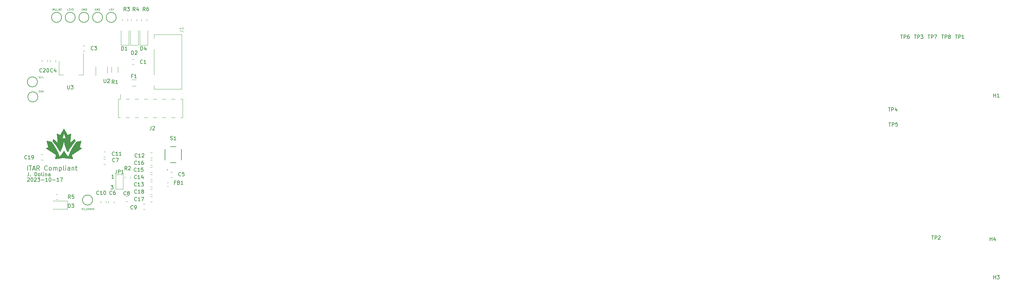
<source format=gbr>
%TF.GenerationSoftware,KiCad,Pcbnew,7.0.7*%
%TF.CreationDate,2023-10-21T12:14:55-04:00*%
%TF.ProjectId,processor,70726f63-6573-4736-9f72-2e6b69636164,rev?*%
%TF.SameCoordinates,Original*%
%TF.FileFunction,Legend,Top*%
%TF.FilePolarity,Positive*%
%FSLAX46Y46*%
G04 Gerber Fmt 4.6, Leading zero omitted, Abs format (unit mm)*
G04 Created by KiCad (PCBNEW 7.0.7) date 2023-10-21 12:14:55*
%MOMM*%
%LPD*%
G01*
G04 APERTURE LIST*
%ADD10C,0.100000*%
%ADD11C,0.150000*%
%ADD12C,0.120000*%
%ADD13C,0.010000*%
%ADD14C,0.127000*%
%ADD15C,0.200000*%
G04 APERTURE END LIST*
D10*
X139503836Y-66862609D02*
X139503836Y-66362609D01*
X139741931Y-66862609D02*
X139741931Y-66362609D01*
X139741931Y-66362609D02*
X139908598Y-66719752D01*
X139908598Y-66719752D02*
X140075264Y-66362609D01*
X140075264Y-66362609D02*
X140075264Y-66862609D01*
X140313360Y-66362609D02*
X140313360Y-66767371D01*
X140313360Y-66767371D02*
X140337170Y-66814990D01*
X140337170Y-66814990D02*
X140360979Y-66838800D01*
X140360979Y-66838800D02*
X140408598Y-66862609D01*
X140408598Y-66862609D02*
X140503836Y-66862609D01*
X140503836Y-66862609D02*
X140551455Y-66838800D01*
X140551455Y-66838800D02*
X140575265Y-66814990D01*
X140575265Y-66814990D02*
X140599074Y-66767371D01*
X140599074Y-66767371D02*
X140599074Y-66362609D01*
X140718123Y-66910228D02*
X141099075Y-66910228D01*
X141218122Y-66862609D02*
X141218122Y-66362609D01*
X141456217Y-66862609D02*
X141456217Y-66362609D01*
X141456217Y-66362609D02*
X141741931Y-66862609D01*
X141741931Y-66862609D02*
X141741931Y-66362609D01*
X141908599Y-66362609D02*
X142194313Y-66362609D01*
X142051456Y-66862609D02*
X142051456Y-66362609D01*
D11*
X132956493Y-112153819D02*
X132956493Y-112868104D01*
X132956493Y-112868104D02*
X132908874Y-113010961D01*
X132908874Y-113010961D02*
X132813636Y-113106200D01*
X132813636Y-113106200D02*
X132670779Y-113153819D01*
X132670779Y-113153819D02*
X132575541Y-113153819D01*
X133432684Y-113058580D02*
X133480303Y-113106200D01*
X133480303Y-113106200D02*
X133432684Y-113153819D01*
X133432684Y-113153819D02*
X133385065Y-113106200D01*
X133385065Y-113106200D02*
X133432684Y-113058580D01*
X133432684Y-113058580D02*
X133432684Y-113153819D01*
X134670779Y-113153819D02*
X134670779Y-112153819D01*
X134670779Y-112153819D02*
X134908874Y-112153819D01*
X134908874Y-112153819D02*
X135051731Y-112201438D01*
X135051731Y-112201438D02*
X135146969Y-112296676D01*
X135146969Y-112296676D02*
X135194588Y-112391914D01*
X135194588Y-112391914D02*
X135242207Y-112582390D01*
X135242207Y-112582390D02*
X135242207Y-112725247D01*
X135242207Y-112725247D02*
X135194588Y-112915723D01*
X135194588Y-112915723D02*
X135146969Y-113010961D01*
X135146969Y-113010961D02*
X135051731Y-113106200D01*
X135051731Y-113106200D02*
X134908874Y-113153819D01*
X134908874Y-113153819D02*
X134670779Y-113153819D01*
X135813636Y-113153819D02*
X135718398Y-113106200D01*
X135718398Y-113106200D02*
X135670779Y-113058580D01*
X135670779Y-113058580D02*
X135623160Y-112963342D01*
X135623160Y-112963342D02*
X135623160Y-112677628D01*
X135623160Y-112677628D02*
X135670779Y-112582390D01*
X135670779Y-112582390D02*
X135718398Y-112534771D01*
X135718398Y-112534771D02*
X135813636Y-112487152D01*
X135813636Y-112487152D02*
X135956493Y-112487152D01*
X135956493Y-112487152D02*
X136051731Y-112534771D01*
X136051731Y-112534771D02*
X136099350Y-112582390D01*
X136099350Y-112582390D02*
X136146969Y-112677628D01*
X136146969Y-112677628D02*
X136146969Y-112963342D01*
X136146969Y-112963342D02*
X136099350Y-113058580D01*
X136099350Y-113058580D02*
X136051731Y-113106200D01*
X136051731Y-113106200D02*
X135956493Y-113153819D01*
X135956493Y-113153819D02*
X135813636Y-113153819D01*
X136718398Y-113153819D02*
X136623160Y-113106200D01*
X136623160Y-113106200D02*
X136575541Y-113010961D01*
X136575541Y-113010961D02*
X136575541Y-112153819D01*
X137099351Y-113153819D02*
X137099351Y-112487152D01*
X137099351Y-112153819D02*
X137051732Y-112201438D01*
X137051732Y-112201438D02*
X137099351Y-112249057D01*
X137099351Y-112249057D02*
X137146970Y-112201438D01*
X137146970Y-112201438D02*
X137099351Y-112153819D01*
X137099351Y-112153819D02*
X137099351Y-112249057D01*
X137575541Y-112487152D02*
X137575541Y-113153819D01*
X137575541Y-112582390D02*
X137623160Y-112534771D01*
X137623160Y-112534771D02*
X137718398Y-112487152D01*
X137718398Y-112487152D02*
X137861255Y-112487152D01*
X137861255Y-112487152D02*
X137956493Y-112534771D01*
X137956493Y-112534771D02*
X138004112Y-112630009D01*
X138004112Y-112630009D02*
X138004112Y-113153819D01*
X138908874Y-113153819D02*
X138908874Y-112630009D01*
X138908874Y-112630009D02*
X138861255Y-112534771D01*
X138861255Y-112534771D02*
X138766017Y-112487152D01*
X138766017Y-112487152D02*
X138575541Y-112487152D01*
X138575541Y-112487152D02*
X138480303Y-112534771D01*
X138908874Y-113106200D02*
X138813636Y-113153819D01*
X138813636Y-113153819D02*
X138575541Y-113153819D01*
X138575541Y-113153819D02*
X138480303Y-113106200D01*
X138480303Y-113106200D02*
X138432684Y-113010961D01*
X138432684Y-113010961D02*
X138432684Y-112915723D01*
X138432684Y-112915723D02*
X138480303Y-112820485D01*
X138480303Y-112820485D02*
X138575541Y-112772866D01*
X138575541Y-112772866D02*
X138813636Y-112772866D01*
X138813636Y-112772866D02*
X138908874Y-112725247D01*
D10*
X151703741Y-66386419D02*
X151656122Y-66362609D01*
X151656122Y-66362609D02*
X151584693Y-66362609D01*
X151584693Y-66362609D02*
X151513265Y-66386419D01*
X151513265Y-66386419D02*
X151465646Y-66434038D01*
X151465646Y-66434038D02*
X151441836Y-66481657D01*
X151441836Y-66481657D02*
X151418027Y-66576895D01*
X151418027Y-66576895D02*
X151418027Y-66648323D01*
X151418027Y-66648323D02*
X151441836Y-66743561D01*
X151441836Y-66743561D02*
X151465646Y-66791180D01*
X151465646Y-66791180D02*
X151513265Y-66838800D01*
X151513265Y-66838800D02*
X151584693Y-66862609D01*
X151584693Y-66862609D02*
X151632312Y-66862609D01*
X151632312Y-66862609D02*
X151703741Y-66838800D01*
X151703741Y-66838800D02*
X151727550Y-66814990D01*
X151727550Y-66814990D02*
X151727550Y-66648323D01*
X151727550Y-66648323D02*
X151632312Y-66648323D01*
X151941836Y-66862609D02*
X151941836Y-66362609D01*
X151941836Y-66362609D02*
X152227550Y-66862609D01*
X152227550Y-66862609D02*
X152227550Y-66362609D01*
X152465646Y-66862609D02*
X152465646Y-66362609D01*
X152465646Y-66362609D02*
X152584694Y-66362609D01*
X152584694Y-66362609D02*
X152656122Y-66386419D01*
X152656122Y-66386419D02*
X152703741Y-66434038D01*
X152703741Y-66434038D02*
X152727551Y-66481657D01*
X152727551Y-66481657D02*
X152751360Y-66576895D01*
X152751360Y-66576895D02*
X152751360Y-66648323D01*
X152751360Y-66648323D02*
X152727551Y-66743561D01*
X152727551Y-66743561D02*
X152703741Y-66791180D01*
X152703741Y-66791180D02*
X152656122Y-66838800D01*
X152656122Y-66838800D02*
X152584694Y-66862609D01*
X152584694Y-66862609D02*
X152465646Y-66862609D01*
X143567836Y-66672133D02*
X143948789Y-66672133D01*
X143758312Y-66862609D02*
X143758312Y-66481657D01*
X144139265Y-66362609D02*
X144448789Y-66362609D01*
X144448789Y-66362609D02*
X144282122Y-66553085D01*
X144282122Y-66553085D02*
X144353551Y-66553085D01*
X144353551Y-66553085D02*
X144401170Y-66576895D01*
X144401170Y-66576895D02*
X144424979Y-66600704D01*
X144424979Y-66600704D02*
X144448789Y-66648323D01*
X144448789Y-66648323D02*
X144448789Y-66767371D01*
X144448789Y-66767371D02*
X144424979Y-66814990D01*
X144424979Y-66814990D02*
X144401170Y-66838800D01*
X144401170Y-66838800D02*
X144353551Y-66862609D01*
X144353551Y-66862609D02*
X144210694Y-66862609D01*
X144210694Y-66862609D02*
X144163075Y-66838800D01*
X144163075Y-66838800D02*
X144139265Y-66814990D01*
X144591646Y-66362609D02*
X144758312Y-66862609D01*
X144758312Y-66862609D02*
X144924979Y-66362609D01*
X145044026Y-66362609D02*
X145353550Y-66362609D01*
X145353550Y-66362609D02*
X145186883Y-66553085D01*
X145186883Y-66553085D02*
X145258312Y-66553085D01*
X145258312Y-66553085D02*
X145305931Y-66576895D01*
X145305931Y-66576895D02*
X145329740Y-66600704D01*
X145329740Y-66600704D02*
X145353550Y-66648323D01*
X145353550Y-66648323D02*
X145353550Y-66767371D01*
X145353550Y-66767371D02*
X145329740Y-66814990D01*
X145329740Y-66814990D02*
X145305931Y-66838800D01*
X145305931Y-66838800D02*
X145258312Y-66862609D01*
X145258312Y-66862609D02*
X145115455Y-66862609D01*
X145115455Y-66862609D02*
X145067836Y-66838800D01*
X145067836Y-66838800D02*
X145044026Y-66814990D01*
X155251836Y-66672133D02*
X155632789Y-66672133D01*
X155442312Y-66862609D02*
X155442312Y-66481657D01*
X156108979Y-66362609D02*
X155870884Y-66362609D01*
X155870884Y-66362609D02*
X155847075Y-66600704D01*
X155847075Y-66600704D02*
X155870884Y-66576895D01*
X155870884Y-66576895D02*
X155918503Y-66553085D01*
X155918503Y-66553085D02*
X156037551Y-66553085D01*
X156037551Y-66553085D02*
X156085170Y-66576895D01*
X156085170Y-66576895D02*
X156108979Y-66600704D01*
X156108979Y-66600704D02*
X156132789Y-66648323D01*
X156132789Y-66648323D02*
X156132789Y-66767371D01*
X156132789Y-66767371D02*
X156108979Y-66814990D01*
X156108979Y-66814990D02*
X156085170Y-66838800D01*
X156085170Y-66838800D02*
X156037551Y-66862609D01*
X156037551Y-66862609D02*
X155918503Y-66862609D01*
X155918503Y-66862609D02*
X155870884Y-66838800D01*
X155870884Y-66838800D02*
X155847075Y-66814990D01*
X156275646Y-66362609D02*
X156442312Y-66862609D01*
X156442312Y-66862609D02*
X156608979Y-66362609D01*
D11*
X132623160Y-113773057D02*
X132670779Y-113725438D01*
X132670779Y-113725438D02*
X132766017Y-113677819D01*
X132766017Y-113677819D02*
X133004112Y-113677819D01*
X133004112Y-113677819D02*
X133099350Y-113725438D01*
X133099350Y-113725438D02*
X133146969Y-113773057D01*
X133146969Y-113773057D02*
X133194588Y-113868295D01*
X133194588Y-113868295D02*
X133194588Y-113963533D01*
X133194588Y-113963533D02*
X133146969Y-114106390D01*
X133146969Y-114106390D02*
X132575541Y-114677819D01*
X132575541Y-114677819D02*
X133194588Y-114677819D01*
X133813636Y-113677819D02*
X133908874Y-113677819D01*
X133908874Y-113677819D02*
X134004112Y-113725438D01*
X134004112Y-113725438D02*
X134051731Y-113773057D01*
X134051731Y-113773057D02*
X134099350Y-113868295D01*
X134099350Y-113868295D02*
X134146969Y-114058771D01*
X134146969Y-114058771D02*
X134146969Y-114296866D01*
X134146969Y-114296866D02*
X134099350Y-114487342D01*
X134099350Y-114487342D02*
X134051731Y-114582580D01*
X134051731Y-114582580D02*
X134004112Y-114630200D01*
X134004112Y-114630200D02*
X133908874Y-114677819D01*
X133908874Y-114677819D02*
X133813636Y-114677819D01*
X133813636Y-114677819D02*
X133718398Y-114630200D01*
X133718398Y-114630200D02*
X133670779Y-114582580D01*
X133670779Y-114582580D02*
X133623160Y-114487342D01*
X133623160Y-114487342D02*
X133575541Y-114296866D01*
X133575541Y-114296866D02*
X133575541Y-114058771D01*
X133575541Y-114058771D02*
X133623160Y-113868295D01*
X133623160Y-113868295D02*
X133670779Y-113773057D01*
X133670779Y-113773057D02*
X133718398Y-113725438D01*
X133718398Y-113725438D02*
X133813636Y-113677819D01*
X134527922Y-113773057D02*
X134575541Y-113725438D01*
X134575541Y-113725438D02*
X134670779Y-113677819D01*
X134670779Y-113677819D02*
X134908874Y-113677819D01*
X134908874Y-113677819D02*
X135004112Y-113725438D01*
X135004112Y-113725438D02*
X135051731Y-113773057D01*
X135051731Y-113773057D02*
X135099350Y-113868295D01*
X135099350Y-113868295D02*
X135099350Y-113963533D01*
X135099350Y-113963533D02*
X135051731Y-114106390D01*
X135051731Y-114106390D02*
X134480303Y-114677819D01*
X134480303Y-114677819D02*
X135099350Y-114677819D01*
X135432684Y-113677819D02*
X136051731Y-113677819D01*
X136051731Y-113677819D02*
X135718398Y-114058771D01*
X135718398Y-114058771D02*
X135861255Y-114058771D01*
X135861255Y-114058771D02*
X135956493Y-114106390D01*
X135956493Y-114106390D02*
X136004112Y-114154009D01*
X136004112Y-114154009D02*
X136051731Y-114249247D01*
X136051731Y-114249247D02*
X136051731Y-114487342D01*
X136051731Y-114487342D02*
X136004112Y-114582580D01*
X136004112Y-114582580D02*
X135956493Y-114630200D01*
X135956493Y-114630200D02*
X135861255Y-114677819D01*
X135861255Y-114677819D02*
X135575541Y-114677819D01*
X135575541Y-114677819D02*
X135480303Y-114630200D01*
X135480303Y-114630200D02*
X135432684Y-114582580D01*
X136480303Y-114296866D02*
X137242208Y-114296866D01*
X138242207Y-114677819D02*
X137670779Y-114677819D01*
X137956493Y-114677819D02*
X137956493Y-113677819D01*
X137956493Y-113677819D02*
X137861255Y-113820676D01*
X137861255Y-113820676D02*
X137766017Y-113915914D01*
X137766017Y-113915914D02*
X137670779Y-113963533D01*
X138861255Y-113677819D02*
X138956493Y-113677819D01*
X138956493Y-113677819D02*
X139051731Y-113725438D01*
X139051731Y-113725438D02*
X139099350Y-113773057D01*
X139099350Y-113773057D02*
X139146969Y-113868295D01*
X139146969Y-113868295D02*
X139194588Y-114058771D01*
X139194588Y-114058771D02*
X139194588Y-114296866D01*
X139194588Y-114296866D02*
X139146969Y-114487342D01*
X139146969Y-114487342D02*
X139099350Y-114582580D01*
X139099350Y-114582580D02*
X139051731Y-114630200D01*
X139051731Y-114630200D02*
X138956493Y-114677819D01*
X138956493Y-114677819D02*
X138861255Y-114677819D01*
X138861255Y-114677819D02*
X138766017Y-114630200D01*
X138766017Y-114630200D02*
X138718398Y-114582580D01*
X138718398Y-114582580D02*
X138670779Y-114487342D01*
X138670779Y-114487342D02*
X138623160Y-114296866D01*
X138623160Y-114296866D02*
X138623160Y-114058771D01*
X138623160Y-114058771D02*
X138670779Y-113868295D01*
X138670779Y-113868295D02*
X138718398Y-113773057D01*
X138718398Y-113773057D02*
X138766017Y-113725438D01*
X138766017Y-113725438D02*
X138861255Y-113677819D01*
X139623160Y-114296866D02*
X140385065Y-114296866D01*
X141385064Y-114677819D02*
X140813636Y-114677819D01*
X141099350Y-114677819D02*
X141099350Y-113677819D01*
X141099350Y-113677819D02*
X141004112Y-113820676D01*
X141004112Y-113820676D02*
X140908874Y-113915914D01*
X140908874Y-113915914D02*
X140813636Y-113963533D01*
X141718398Y-113677819D02*
X142385064Y-113677819D01*
X142385064Y-113677819D02*
X141956493Y-114677819D01*
D10*
X148020741Y-66386419D02*
X147973122Y-66362609D01*
X147973122Y-66362609D02*
X147901693Y-66362609D01*
X147901693Y-66362609D02*
X147830265Y-66386419D01*
X147830265Y-66386419D02*
X147782646Y-66434038D01*
X147782646Y-66434038D02*
X147758836Y-66481657D01*
X147758836Y-66481657D02*
X147735027Y-66576895D01*
X147735027Y-66576895D02*
X147735027Y-66648323D01*
X147735027Y-66648323D02*
X147758836Y-66743561D01*
X147758836Y-66743561D02*
X147782646Y-66791180D01*
X147782646Y-66791180D02*
X147830265Y-66838800D01*
X147830265Y-66838800D02*
X147901693Y-66862609D01*
X147901693Y-66862609D02*
X147949312Y-66862609D01*
X147949312Y-66862609D02*
X148020741Y-66838800D01*
X148020741Y-66838800D02*
X148044550Y-66814990D01*
X148044550Y-66814990D02*
X148044550Y-66648323D01*
X148044550Y-66648323D02*
X147949312Y-66648323D01*
X148258836Y-66862609D02*
X148258836Y-66362609D01*
X148258836Y-66362609D02*
X148544550Y-66862609D01*
X148544550Y-66862609D02*
X148544550Y-66362609D01*
X148782646Y-66862609D02*
X148782646Y-66362609D01*
X148782646Y-66362609D02*
X148901694Y-66362609D01*
X148901694Y-66362609D02*
X148973122Y-66386419D01*
X148973122Y-66386419D02*
X149020741Y-66434038D01*
X149020741Y-66434038D02*
X149044551Y-66481657D01*
X149044551Y-66481657D02*
X149068360Y-66576895D01*
X149068360Y-66576895D02*
X149068360Y-66648323D01*
X149068360Y-66648323D02*
X149044551Y-66743561D01*
X149044551Y-66743561D02*
X149020741Y-66791180D01*
X149020741Y-66791180D02*
X148973122Y-66838800D01*
X148973122Y-66838800D02*
X148901694Y-66862609D01*
X148901694Y-66862609D02*
X148782646Y-66862609D01*
X135797027Y-85761800D02*
X135868455Y-85785609D01*
X135868455Y-85785609D02*
X135987503Y-85785609D01*
X135987503Y-85785609D02*
X136035122Y-85761800D01*
X136035122Y-85761800D02*
X136058931Y-85737990D01*
X136058931Y-85737990D02*
X136082741Y-85690371D01*
X136082741Y-85690371D02*
X136082741Y-85642752D01*
X136082741Y-85642752D02*
X136058931Y-85595133D01*
X136058931Y-85595133D02*
X136035122Y-85571323D01*
X136035122Y-85571323D02*
X135987503Y-85547514D01*
X135987503Y-85547514D02*
X135892265Y-85523704D01*
X135892265Y-85523704D02*
X135844646Y-85499895D01*
X135844646Y-85499895D02*
X135820836Y-85476085D01*
X135820836Y-85476085D02*
X135797027Y-85428466D01*
X135797027Y-85428466D02*
X135797027Y-85380847D01*
X135797027Y-85380847D02*
X135820836Y-85333228D01*
X135820836Y-85333228D02*
X135844646Y-85309419D01*
X135844646Y-85309419D02*
X135892265Y-85285609D01*
X135892265Y-85285609D02*
X136011312Y-85285609D01*
X136011312Y-85285609D02*
X136082741Y-85309419D01*
X136582740Y-85737990D02*
X136558931Y-85761800D01*
X136558931Y-85761800D02*
X136487502Y-85785609D01*
X136487502Y-85785609D02*
X136439883Y-85785609D01*
X136439883Y-85785609D02*
X136368455Y-85761800D01*
X136368455Y-85761800D02*
X136320836Y-85714180D01*
X136320836Y-85714180D02*
X136297026Y-85666561D01*
X136297026Y-85666561D02*
X136273217Y-85571323D01*
X136273217Y-85571323D02*
X136273217Y-85499895D01*
X136273217Y-85499895D02*
X136297026Y-85404657D01*
X136297026Y-85404657D02*
X136320836Y-85357038D01*
X136320836Y-85357038D02*
X136368455Y-85309419D01*
X136368455Y-85309419D02*
X136439883Y-85285609D01*
X136439883Y-85285609D02*
X136487502Y-85285609D01*
X136487502Y-85285609D02*
X136558931Y-85309419D01*
X136558931Y-85309419D02*
X136582740Y-85333228D01*
X137035121Y-85785609D02*
X136797026Y-85785609D01*
X136797026Y-85785609D02*
X136797026Y-85285609D01*
D11*
X132630524Y-111568473D02*
X132630524Y-110318473D01*
X133047190Y-110318473D02*
X133761476Y-110318473D01*
X133404333Y-111568473D02*
X133404333Y-110318473D01*
X134118619Y-111211330D02*
X134713857Y-111211330D01*
X133999571Y-111568473D02*
X134416238Y-110318473D01*
X134416238Y-110318473D02*
X134832904Y-111568473D01*
X135963857Y-111568473D02*
X135547191Y-110973235D01*
X135249572Y-111568473D02*
X135249572Y-110318473D01*
X135249572Y-110318473D02*
X135725762Y-110318473D01*
X135725762Y-110318473D02*
X135844810Y-110377997D01*
X135844810Y-110377997D02*
X135904333Y-110437521D01*
X135904333Y-110437521D02*
X135963857Y-110556569D01*
X135963857Y-110556569D02*
X135963857Y-110735140D01*
X135963857Y-110735140D02*
X135904333Y-110854188D01*
X135904333Y-110854188D02*
X135844810Y-110913711D01*
X135844810Y-110913711D02*
X135725762Y-110973235D01*
X135725762Y-110973235D02*
X135249572Y-110973235D01*
X138166238Y-111449426D02*
X138106714Y-111508950D01*
X138106714Y-111508950D02*
X137928143Y-111568473D01*
X137928143Y-111568473D02*
X137809095Y-111568473D01*
X137809095Y-111568473D02*
X137630524Y-111508950D01*
X137630524Y-111508950D02*
X137511476Y-111389902D01*
X137511476Y-111389902D02*
X137451953Y-111270854D01*
X137451953Y-111270854D02*
X137392429Y-111032759D01*
X137392429Y-111032759D02*
X137392429Y-110854188D01*
X137392429Y-110854188D02*
X137451953Y-110616092D01*
X137451953Y-110616092D02*
X137511476Y-110497045D01*
X137511476Y-110497045D02*
X137630524Y-110377997D01*
X137630524Y-110377997D02*
X137809095Y-110318473D01*
X137809095Y-110318473D02*
X137928143Y-110318473D01*
X137928143Y-110318473D02*
X138106714Y-110377997D01*
X138106714Y-110377997D02*
X138166238Y-110437521D01*
X138880524Y-111568473D02*
X138761476Y-111508950D01*
X138761476Y-111508950D02*
X138701953Y-111449426D01*
X138701953Y-111449426D02*
X138642429Y-111330378D01*
X138642429Y-111330378D02*
X138642429Y-110973235D01*
X138642429Y-110973235D02*
X138701953Y-110854188D01*
X138701953Y-110854188D02*
X138761476Y-110794664D01*
X138761476Y-110794664D02*
X138880524Y-110735140D01*
X138880524Y-110735140D02*
X139059095Y-110735140D01*
X139059095Y-110735140D02*
X139178143Y-110794664D01*
X139178143Y-110794664D02*
X139237667Y-110854188D01*
X139237667Y-110854188D02*
X139297191Y-110973235D01*
X139297191Y-110973235D02*
X139297191Y-111330378D01*
X139297191Y-111330378D02*
X139237667Y-111449426D01*
X139237667Y-111449426D02*
X139178143Y-111508950D01*
X139178143Y-111508950D02*
X139059095Y-111568473D01*
X139059095Y-111568473D02*
X138880524Y-111568473D01*
X139832905Y-111568473D02*
X139832905Y-110735140D01*
X139832905Y-110854188D02*
X139892428Y-110794664D01*
X139892428Y-110794664D02*
X140011476Y-110735140D01*
X140011476Y-110735140D02*
X140190047Y-110735140D01*
X140190047Y-110735140D02*
X140309095Y-110794664D01*
X140309095Y-110794664D02*
X140368619Y-110913711D01*
X140368619Y-110913711D02*
X140368619Y-111568473D01*
X140368619Y-110913711D02*
X140428143Y-110794664D01*
X140428143Y-110794664D02*
X140547190Y-110735140D01*
X140547190Y-110735140D02*
X140725762Y-110735140D01*
X140725762Y-110735140D02*
X140844809Y-110794664D01*
X140844809Y-110794664D02*
X140904333Y-110913711D01*
X140904333Y-110913711D02*
X140904333Y-111568473D01*
X141499572Y-110735140D02*
X141499572Y-111985140D01*
X141499572Y-110794664D02*
X141618619Y-110735140D01*
X141618619Y-110735140D02*
X141856714Y-110735140D01*
X141856714Y-110735140D02*
X141975762Y-110794664D01*
X141975762Y-110794664D02*
X142035286Y-110854188D01*
X142035286Y-110854188D02*
X142094810Y-110973235D01*
X142094810Y-110973235D02*
X142094810Y-111330378D01*
X142094810Y-111330378D02*
X142035286Y-111449426D01*
X142035286Y-111449426D02*
X141975762Y-111508950D01*
X141975762Y-111508950D02*
X141856714Y-111568473D01*
X141856714Y-111568473D02*
X141618619Y-111568473D01*
X141618619Y-111568473D02*
X141499572Y-111508950D01*
X142809095Y-111568473D02*
X142690047Y-111508950D01*
X142690047Y-111508950D02*
X142630524Y-111389902D01*
X142630524Y-111389902D02*
X142630524Y-110318473D01*
X143285286Y-111568473D02*
X143285286Y-110735140D01*
X143285286Y-110318473D02*
X143225762Y-110377997D01*
X143225762Y-110377997D02*
X143285286Y-110437521D01*
X143285286Y-110437521D02*
X143344809Y-110377997D01*
X143344809Y-110377997D02*
X143285286Y-110318473D01*
X143285286Y-110318473D02*
X143285286Y-110437521D01*
X144416238Y-111568473D02*
X144416238Y-110913711D01*
X144416238Y-110913711D02*
X144356714Y-110794664D01*
X144356714Y-110794664D02*
X144237666Y-110735140D01*
X144237666Y-110735140D02*
X143999571Y-110735140D01*
X143999571Y-110735140D02*
X143880524Y-110794664D01*
X144416238Y-111508950D02*
X144297190Y-111568473D01*
X144297190Y-111568473D02*
X143999571Y-111568473D01*
X143999571Y-111568473D02*
X143880524Y-111508950D01*
X143880524Y-111508950D02*
X143821000Y-111389902D01*
X143821000Y-111389902D02*
X143821000Y-111270854D01*
X143821000Y-111270854D02*
X143880524Y-111151807D01*
X143880524Y-111151807D02*
X143999571Y-111092283D01*
X143999571Y-111092283D02*
X144297190Y-111092283D01*
X144297190Y-111092283D02*
X144416238Y-111032759D01*
X145011476Y-110735140D02*
X145011476Y-111568473D01*
X145011476Y-110854188D02*
X145070999Y-110794664D01*
X145070999Y-110794664D02*
X145190047Y-110735140D01*
X145190047Y-110735140D02*
X145368618Y-110735140D01*
X145368618Y-110735140D02*
X145487666Y-110794664D01*
X145487666Y-110794664D02*
X145547190Y-110913711D01*
X145547190Y-110913711D02*
X145547190Y-111568473D01*
X145963856Y-110735140D02*
X146440047Y-110735140D01*
X146142428Y-110318473D02*
X146142428Y-111389902D01*
X146142428Y-111389902D02*
X146201951Y-111508950D01*
X146201951Y-111508950D02*
X146320999Y-111568473D01*
X146320999Y-111568473D02*
X146440047Y-111568473D01*
D10*
X135797027Y-89698800D02*
X135868455Y-89722609D01*
X135868455Y-89722609D02*
X135987503Y-89722609D01*
X135987503Y-89722609D02*
X136035122Y-89698800D01*
X136035122Y-89698800D02*
X136058931Y-89674990D01*
X136058931Y-89674990D02*
X136082741Y-89627371D01*
X136082741Y-89627371D02*
X136082741Y-89579752D01*
X136082741Y-89579752D02*
X136058931Y-89532133D01*
X136058931Y-89532133D02*
X136035122Y-89508323D01*
X136035122Y-89508323D02*
X135987503Y-89484514D01*
X135987503Y-89484514D02*
X135892265Y-89460704D01*
X135892265Y-89460704D02*
X135844646Y-89436895D01*
X135844646Y-89436895D02*
X135820836Y-89413085D01*
X135820836Y-89413085D02*
X135797027Y-89365466D01*
X135797027Y-89365466D02*
X135797027Y-89317847D01*
X135797027Y-89317847D02*
X135820836Y-89270228D01*
X135820836Y-89270228D02*
X135844646Y-89246419D01*
X135844646Y-89246419D02*
X135892265Y-89222609D01*
X135892265Y-89222609D02*
X136011312Y-89222609D01*
X136011312Y-89222609D02*
X136082741Y-89246419D01*
X136297026Y-89722609D02*
X136297026Y-89222609D01*
X136297026Y-89222609D02*
X136416074Y-89222609D01*
X136416074Y-89222609D02*
X136487502Y-89246419D01*
X136487502Y-89246419D02*
X136535121Y-89294038D01*
X136535121Y-89294038D02*
X136558931Y-89341657D01*
X136558931Y-89341657D02*
X136582740Y-89436895D01*
X136582740Y-89436895D02*
X136582740Y-89508323D01*
X136582740Y-89508323D02*
X136558931Y-89603561D01*
X136558931Y-89603561D02*
X136535121Y-89651180D01*
X136535121Y-89651180D02*
X136487502Y-89698800D01*
X136487502Y-89698800D02*
X136416074Y-89722609D01*
X136416074Y-89722609D02*
X136297026Y-89722609D01*
X136773217Y-89579752D02*
X137011312Y-89579752D01*
X136725598Y-89722609D02*
X136892264Y-89222609D01*
X136892264Y-89222609D02*
X137058931Y-89722609D01*
X147996931Y-122115609D02*
X147758836Y-122115609D01*
X147758836Y-122115609D02*
X147735027Y-122353704D01*
X147735027Y-122353704D02*
X147758836Y-122329895D01*
X147758836Y-122329895D02*
X147806455Y-122306085D01*
X147806455Y-122306085D02*
X147925503Y-122306085D01*
X147925503Y-122306085D02*
X147973122Y-122329895D01*
X147973122Y-122329895D02*
X147996931Y-122353704D01*
X147996931Y-122353704D02*
X148020741Y-122401323D01*
X148020741Y-122401323D02*
X148020741Y-122520371D01*
X148020741Y-122520371D02*
X147996931Y-122567990D01*
X147996931Y-122567990D02*
X147973122Y-122591800D01*
X147973122Y-122591800D02*
X147925503Y-122615609D01*
X147925503Y-122615609D02*
X147806455Y-122615609D01*
X147806455Y-122615609D02*
X147758836Y-122591800D01*
X147758836Y-122591800D02*
X147735027Y-122567990D01*
X148163598Y-122115609D02*
X148330264Y-122615609D01*
X148330264Y-122615609D02*
X148496931Y-122115609D01*
X148544550Y-122663228D02*
X148925502Y-122663228D01*
X149020740Y-122591800D02*
X149092168Y-122615609D01*
X149092168Y-122615609D02*
X149211216Y-122615609D01*
X149211216Y-122615609D02*
X149258835Y-122591800D01*
X149258835Y-122591800D02*
X149282644Y-122567990D01*
X149282644Y-122567990D02*
X149306454Y-122520371D01*
X149306454Y-122520371D02*
X149306454Y-122472752D01*
X149306454Y-122472752D02*
X149282644Y-122425133D01*
X149282644Y-122425133D02*
X149258835Y-122401323D01*
X149258835Y-122401323D02*
X149211216Y-122377514D01*
X149211216Y-122377514D02*
X149115978Y-122353704D01*
X149115978Y-122353704D02*
X149068359Y-122329895D01*
X149068359Y-122329895D02*
X149044549Y-122306085D01*
X149044549Y-122306085D02*
X149020740Y-122258466D01*
X149020740Y-122258466D02*
X149020740Y-122210847D01*
X149020740Y-122210847D02*
X149044549Y-122163228D01*
X149044549Y-122163228D02*
X149068359Y-122139419D01*
X149068359Y-122139419D02*
X149115978Y-122115609D01*
X149115978Y-122115609D02*
X149235025Y-122115609D01*
X149235025Y-122115609D02*
X149306454Y-122139419D01*
X149520739Y-122353704D02*
X149687406Y-122353704D01*
X149758834Y-122615609D02*
X149520739Y-122615609D01*
X149520739Y-122615609D02*
X149520739Y-122115609D01*
X149520739Y-122115609D02*
X149758834Y-122115609D01*
X149973120Y-122615609D02*
X149973120Y-122115609D01*
X149973120Y-122115609D02*
X150258834Y-122615609D01*
X150258834Y-122615609D02*
X150258834Y-122115609D01*
X150473121Y-122591800D02*
X150544549Y-122615609D01*
X150544549Y-122615609D02*
X150663597Y-122615609D01*
X150663597Y-122615609D02*
X150711216Y-122591800D01*
X150711216Y-122591800D02*
X150735025Y-122567990D01*
X150735025Y-122567990D02*
X150758835Y-122520371D01*
X150758835Y-122520371D02*
X150758835Y-122472752D01*
X150758835Y-122472752D02*
X150735025Y-122425133D01*
X150735025Y-122425133D02*
X150711216Y-122401323D01*
X150711216Y-122401323D02*
X150663597Y-122377514D01*
X150663597Y-122377514D02*
X150568359Y-122353704D01*
X150568359Y-122353704D02*
X150520740Y-122329895D01*
X150520740Y-122329895D02*
X150496930Y-122306085D01*
X150496930Y-122306085D02*
X150473121Y-122258466D01*
X150473121Y-122258466D02*
X150473121Y-122210847D01*
X150473121Y-122210847D02*
X150496930Y-122163228D01*
X150496930Y-122163228D02*
X150520740Y-122139419D01*
X150520740Y-122139419D02*
X150568359Y-122115609D01*
X150568359Y-122115609D02*
X150687406Y-122115609D01*
X150687406Y-122115609D02*
X150758835Y-122139419D01*
X150973120Y-122353704D02*
X151139787Y-122353704D01*
X151211215Y-122615609D02*
X150973120Y-122615609D01*
X150973120Y-122615609D02*
X150973120Y-122115609D01*
X150973120Y-122115609D02*
X151211215Y-122115609D01*
D11*
X164679333Y-81639580D02*
X164631714Y-81687200D01*
X164631714Y-81687200D02*
X164488857Y-81734819D01*
X164488857Y-81734819D02*
X164393619Y-81734819D01*
X164393619Y-81734819D02*
X164250762Y-81687200D01*
X164250762Y-81687200D02*
X164155524Y-81591961D01*
X164155524Y-81591961D02*
X164107905Y-81496723D01*
X164107905Y-81496723D02*
X164060286Y-81306247D01*
X164060286Y-81306247D02*
X164060286Y-81163390D01*
X164060286Y-81163390D02*
X164107905Y-80972914D01*
X164107905Y-80972914D02*
X164155524Y-80877676D01*
X164155524Y-80877676D02*
X164250762Y-80782438D01*
X164250762Y-80782438D02*
X164393619Y-80734819D01*
X164393619Y-80734819D02*
X164488857Y-80734819D01*
X164488857Y-80734819D02*
X164631714Y-80782438D01*
X164631714Y-80782438D02*
X164679333Y-80830057D01*
X165631714Y-81734819D02*
X165060286Y-81734819D01*
X165346000Y-81734819D02*
X165346000Y-80734819D01*
X165346000Y-80734819D02*
X165250762Y-80877676D01*
X165250762Y-80877676D02*
X165155524Y-80972914D01*
X165155524Y-80972914D02*
X165060286Y-81020533D01*
X401828095Y-141932819D02*
X401828095Y-140932819D01*
X401828095Y-141409009D02*
X402399523Y-141409009D01*
X402399523Y-141932819D02*
X402399523Y-140932819D01*
X402780476Y-140932819D02*
X403399523Y-140932819D01*
X403399523Y-140932819D02*
X403066190Y-141313771D01*
X403066190Y-141313771D02*
X403209047Y-141313771D01*
X403209047Y-141313771D02*
X403304285Y-141361390D01*
X403304285Y-141361390D02*
X403351904Y-141409009D01*
X403351904Y-141409009D02*
X403399523Y-141504247D01*
X403399523Y-141504247D02*
X403399523Y-141742342D01*
X403399523Y-141742342D02*
X403351904Y-141837580D01*
X403351904Y-141837580D02*
X403304285Y-141885200D01*
X403304285Y-141885200D02*
X403209047Y-141932819D01*
X403209047Y-141932819D02*
X402923333Y-141932819D01*
X402923333Y-141932819D02*
X402828095Y-141885200D01*
X402828095Y-141885200D02*
X402780476Y-141837580D01*
X163181797Y-107855735D02*
X163134178Y-107903355D01*
X163134178Y-107903355D02*
X162991321Y-107950974D01*
X162991321Y-107950974D02*
X162896083Y-107950974D01*
X162896083Y-107950974D02*
X162753226Y-107903355D01*
X162753226Y-107903355D02*
X162657988Y-107808116D01*
X162657988Y-107808116D02*
X162610369Y-107712878D01*
X162610369Y-107712878D02*
X162562750Y-107522402D01*
X162562750Y-107522402D02*
X162562750Y-107379545D01*
X162562750Y-107379545D02*
X162610369Y-107189069D01*
X162610369Y-107189069D02*
X162657988Y-107093831D01*
X162657988Y-107093831D02*
X162753226Y-106998593D01*
X162753226Y-106998593D02*
X162896083Y-106950974D01*
X162896083Y-106950974D02*
X162991321Y-106950974D01*
X162991321Y-106950974D02*
X163134178Y-106998593D01*
X163134178Y-106998593D02*
X163181797Y-107046212D01*
X164134178Y-107950974D02*
X163562750Y-107950974D01*
X163848464Y-107950974D02*
X163848464Y-106950974D01*
X163848464Y-106950974D02*
X163753226Y-107093831D01*
X163753226Y-107093831D02*
X163657988Y-107189069D01*
X163657988Y-107189069D02*
X163562750Y-107236688D01*
X164515131Y-107046212D02*
X164562750Y-106998593D01*
X164562750Y-106998593D02*
X164657988Y-106950974D01*
X164657988Y-106950974D02*
X164896083Y-106950974D01*
X164896083Y-106950974D02*
X164991321Y-106998593D01*
X164991321Y-106998593D02*
X165038940Y-107046212D01*
X165038940Y-107046212D02*
X165086559Y-107141450D01*
X165086559Y-107141450D02*
X165086559Y-107236688D01*
X165086559Y-107236688D02*
X165038940Y-107379545D01*
X165038940Y-107379545D02*
X164467512Y-107950974D01*
X164467512Y-107950974D02*
X165086559Y-107950974D01*
X391168095Y-73749819D02*
X391739523Y-73749819D01*
X391453809Y-74749819D02*
X391453809Y-73749819D01*
X392072857Y-74749819D02*
X392072857Y-73749819D01*
X392072857Y-73749819D02*
X392453809Y-73749819D01*
X392453809Y-73749819D02*
X392549047Y-73797438D01*
X392549047Y-73797438D02*
X392596666Y-73845057D01*
X392596666Y-73845057D02*
X392644285Y-73940295D01*
X392644285Y-73940295D02*
X392644285Y-74083152D01*
X392644285Y-74083152D02*
X392596666Y-74178390D01*
X392596666Y-74178390D02*
X392549047Y-74226009D01*
X392549047Y-74226009D02*
X392453809Y-74273628D01*
X392453809Y-74273628D02*
X392072857Y-74273628D01*
X393596666Y-74749819D02*
X393025238Y-74749819D01*
X393310952Y-74749819D02*
X393310952Y-73749819D01*
X393310952Y-73749819D02*
X393215714Y-73892676D01*
X393215714Y-73892676D02*
X393120476Y-73987914D01*
X393120476Y-73987914D02*
X393025238Y-74035533D01*
X163081642Y-117926735D02*
X163034023Y-117974355D01*
X163034023Y-117974355D02*
X162891166Y-118021974D01*
X162891166Y-118021974D02*
X162795928Y-118021974D01*
X162795928Y-118021974D02*
X162653071Y-117974355D01*
X162653071Y-117974355D02*
X162557833Y-117879116D01*
X162557833Y-117879116D02*
X162510214Y-117783878D01*
X162510214Y-117783878D02*
X162462595Y-117593402D01*
X162462595Y-117593402D02*
X162462595Y-117450545D01*
X162462595Y-117450545D02*
X162510214Y-117260069D01*
X162510214Y-117260069D02*
X162557833Y-117164831D01*
X162557833Y-117164831D02*
X162653071Y-117069593D01*
X162653071Y-117069593D02*
X162795928Y-117021974D01*
X162795928Y-117021974D02*
X162891166Y-117021974D01*
X162891166Y-117021974D02*
X163034023Y-117069593D01*
X163034023Y-117069593D02*
X163081642Y-117117212D01*
X164034023Y-118021974D02*
X163462595Y-118021974D01*
X163748309Y-118021974D02*
X163748309Y-117021974D01*
X163748309Y-117021974D02*
X163653071Y-117164831D01*
X163653071Y-117164831D02*
X163557833Y-117260069D01*
X163557833Y-117260069D02*
X163462595Y-117307688D01*
X164605452Y-117450545D02*
X164510214Y-117402926D01*
X164510214Y-117402926D02*
X164462595Y-117355307D01*
X164462595Y-117355307D02*
X164414976Y-117260069D01*
X164414976Y-117260069D02*
X164414976Y-117212450D01*
X164414976Y-117212450D02*
X164462595Y-117117212D01*
X164462595Y-117117212D02*
X164510214Y-117069593D01*
X164510214Y-117069593D02*
X164605452Y-117021974D01*
X164605452Y-117021974D02*
X164795928Y-117021974D01*
X164795928Y-117021974D02*
X164891166Y-117069593D01*
X164891166Y-117069593D02*
X164938785Y-117117212D01*
X164938785Y-117117212D02*
X164986404Y-117212450D01*
X164986404Y-117212450D02*
X164986404Y-117260069D01*
X164986404Y-117260069D02*
X164938785Y-117355307D01*
X164938785Y-117355307D02*
X164891166Y-117402926D01*
X164891166Y-117402926D02*
X164795928Y-117450545D01*
X164795928Y-117450545D02*
X164605452Y-117450545D01*
X164605452Y-117450545D02*
X164510214Y-117498164D01*
X164510214Y-117498164D02*
X164462595Y-117545783D01*
X164462595Y-117545783D02*
X164414976Y-117641021D01*
X164414976Y-117641021D02*
X164414976Y-117831497D01*
X164414976Y-117831497D02*
X164462595Y-117926735D01*
X164462595Y-117926735D02*
X164510214Y-117974355D01*
X164510214Y-117974355D02*
X164605452Y-118021974D01*
X164605452Y-118021974D02*
X164795928Y-118021974D01*
X164795928Y-118021974D02*
X164891166Y-117974355D01*
X164891166Y-117974355D02*
X164938785Y-117926735D01*
X164938785Y-117926735D02*
X164986404Y-117831497D01*
X164986404Y-117831497D02*
X164986404Y-117641021D01*
X164986404Y-117641021D02*
X164938785Y-117545783D01*
X164938785Y-117545783D02*
X164891166Y-117498164D01*
X164891166Y-117498164D02*
X164795928Y-117450545D01*
X161972666Y-85233009D02*
X161639333Y-85233009D01*
X161639333Y-85756819D02*
X161639333Y-84756819D01*
X161639333Y-84756819D02*
X162115523Y-84756819D01*
X163020285Y-85756819D02*
X162448857Y-85756819D01*
X162734571Y-85756819D02*
X162734571Y-84756819D01*
X162734571Y-84756819D02*
X162639333Y-84899676D01*
X162639333Y-84899676D02*
X162544095Y-84994914D01*
X162544095Y-84994914D02*
X162448857Y-85042533D01*
X157408666Y-111468819D02*
X157408666Y-112183104D01*
X157408666Y-112183104D02*
X157361047Y-112325961D01*
X157361047Y-112325961D02*
X157265809Y-112421200D01*
X157265809Y-112421200D02*
X157122952Y-112468819D01*
X157122952Y-112468819D02*
X157027714Y-112468819D01*
X157884857Y-112468819D02*
X157884857Y-111468819D01*
X157884857Y-111468819D02*
X158265809Y-111468819D01*
X158265809Y-111468819D02*
X158361047Y-111516438D01*
X158361047Y-111516438D02*
X158408666Y-111564057D01*
X158408666Y-111564057D02*
X158456285Y-111659295D01*
X158456285Y-111659295D02*
X158456285Y-111802152D01*
X158456285Y-111802152D02*
X158408666Y-111897390D01*
X158408666Y-111897390D02*
X158361047Y-111945009D01*
X158361047Y-111945009D02*
X158265809Y-111992628D01*
X158265809Y-111992628D02*
X157884857Y-111992628D01*
X159408666Y-112468819D02*
X158837238Y-112468819D01*
X159122952Y-112468819D02*
X159122952Y-111468819D01*
X159122952Y-111468819D02*
X159027714Y-111611676D01*
X159027714Y-111611676D02*
X158932476Y-111706914D01*
X158932476Y-111706914D02*
X158837238Y-111754533D01*
X156665714Y-113822819D02*
X156094286Y-113822819D01*
X156380000Y-113822819D02*
X156380000Y-112822819D01*
X156380000Y-112822819D02*
X156284762Y-112965676D01*
X156284762Y-112965676D02*
X156189524Y-113060914D01*
X156189524Y-113060914D02*
X156094286Y-113108533D01*
X155876667Y-115786819D02*
X156495714Y-115786819D01*
X156495714Y-115786819D02*
X156162381Y-116167771D01*
X156162381Y-116167771D02*
X156305238Y-116167771D01*
X156305238Y-116167771D02*
X156400476Y-116215390D01*
X156400476Y-116215390D02*
X156448095Y-116263009D01*
X156448095Y-116263009D02*
X156495714Y-116358247D01*
X156495714Y-116358247D02*
X156495714Y-116596342D01*
X156495714Y-116596342D02*
X156448095Y-116691580D01*
X156448095Y-116691580D02*
X156400476Y-116739200D01*
X156400476Y-116739200D02*
X156305238Y-116786819D01*
X156305238Y-116786819D02*
X156019524Y-116786819D01*
X156019524Y-116786819D02*
X155924286Y-116739200D01*
X155924286Y-116739200D02*
X155876667Y-116691580D01*
X132453142Y-108309580D02*
X132405523Y-108357200D01*
X132405523Y-108357200D02*
X132262666Y-108404819D01*
X132262666Y-108404819D02*
X132167428Y-108404819D01*
X132167428Y-108404819D02*
X132024571Y-108357200D01*
X132024571Y-108357200D02*
X131929333Y-108261961D01*
X131929333Y-108261961D02*
X131881714Y-108166723D01*
X131881714Y-108166723D02*
X131834095Y-107976247D01*
X131834095Y-107976247D02*
X131834095Y-107833390D01*
X131834095Y-107833390D02*
X131881714Y-107642914D01*
X131881714Y-107642914D02*
X131929333Y-107547676D01*
X131929333Y-107547676D02*
X132024571Y-107452438D01*
X132024571Y-107452438D02*
X132167428Y-107404819D01*
X132167428Y-107404819D02*
X132262666Y-107404819D01*
X132262666Y-107404819D02*
X132405523Y-107452438D01*
X132405523Y-107452438D02*
X132453142Y-107500057D01*
X133405523Y-108404819D02*
X132834095Y-108404819D01*
X133119809Y-108404819D02*
X133119809Y-107404819D01*
X133119809Y-107404819D02*
X133024571Y-107547676D01*
X133024571Y-107547676D02*
X132929333Y-107642914D01*
X132929333Y-107642914D02*
X132834095Y-107690533D01*
X133881714Y-108404819D02*
X134072190Y-108404819D01*
X134072190Y-108404819D02*
X134167428Y-108357200D01*
X134167428Y-108357200D02*
X134215047Y-108309580D01*
X134215047Y-108309580D02*
X134310285Y-108166723D01*
X134310285Y-108166723D02*
X134357904Y-107976247D01*
X134357904Y-107976247D02*
X134357904Y-107595295D01*
X134357904Y-107595295D02*
X134310285Y-107500057D01*
X134310285Y-107500057D02*
X134262666Y-107452438D01*
X134262666Y-107452438D02*
X134167428Y-107404819D01*
X134167428Y-107404819D02*
X133976952Y-107404819D01*
X133976952Y-107404819D02*
X133881714Y-107452438D01*
X133881714Y-107452438D02*
X133834095Y-107500057D01*
X133834095Y-107500057D02*
X133786476Y-107595295D01*
X133786476Y-107595295D02*
X133786476Y-107833390D01*
X133786476Y-107833390D02*
X133834095Y-107928628D01*
X133834095Y-107928628D02*
X133881714Y-107976247D01*
X133881714Y-107976247D02*
X133976952Y-108023866D01*
X133976952Y-108023866D02*
X134167428Y-108023866D01*
X134167428Y-108023866D02*
X134262666Y-107976247D01*
X134262666Y-107976247D02*
X134310285Y-107928628D01*
X134310285Y-107928628D02*
X134357904Y-107833390D01*
X153924095Y-86068819D02*
X153924095Y-86878342D01*
X153924095Y-86878342D02*
X153971714Y-86973580D01*
X153971714Y-86973580D02*
X154019333Y-87021200D01*
X154019333Y-87021200D02*
X154114571Y-87068819D01*
X154114571Y-87068819D02*
X154305047Y-87068819D01*
X154305047Y-87068819D02*
X154400285Y-87021200D01*
X154400285Y-87021200D02*
X154447904Y-86973580D01*
X154447904Y-86973580D02*
X154495523Y-86878342D01*
X154495523Y-86878342D02*
X154495523Y-86068819D01*
X154924095Y-86164057D02*
X154971714Y-86116438D01*
X154971714Y-86116438D02*
X155066952Y-86068819D01*
X155066952Y-86068819D02*
X155305047Y-86068819D01*
X155305047Y-86068819D02*
X155400285Y-86116438D01*
X155400285Y-86116438D02*
X155447904Y-86164057D01*
X155447904Y-86164057D02*
X155495523Y-86259295D01*
X155495523Y-86259295D02*
X155495523Y-86354533D01*
X155495523Y-86354533D02*
X155447904Y-86497390D01*
X155447904Y-86497390D02*
X154876476Y-87068819D01*
X154876476Y-87068819D02*
X155495523Y-87068819D01*
X163033297Y-115894735D02*
X162985678Y-115942355D01*
X162985678Y-115942355D02*
X162842821Y-115989974D01*
X162842821Y-115989974D02*
X162747583Y-115989974D01*
X162747583Y-115989974D02*
X162604726Y-115942355D01*
X162604726Y-115942355D02*
X162509488Y-115847116D01*
X162509488Y-115847116D02*
X162461869Y-115751878D01*
X162461869Y-115751878D02*
X162414250Y-115561402D01*
X162414250Y-115561402D02*
X162414250Y-115418545D01*
X162414250Y-115418545D02*
X162461869Y-115228069D01*
X162461869Y-115228069D02*
X162509488Y-115132831D01*
X162509488Y-115132831D02*
X162604726Y-115037593D01*
X162604726Y-115037593D02*
X162747583Y-114989974D01*
X162747583Y-114989974D02*
X162842821Y-114989974D01*
X162842821Y-114989974D02*
X162985678Y-115037593D01*
X162985678Y-115037593D02*
X163033297Y-115085212D01*
X163985678Y-115989974D02*
X163414250Y-115989974D01*
X163699964Y-115989974D02*
X163699964Y-114989974D01*
X163699964Y-114989974D02*
X163604726Y-115132831D01*
X163604726Y-115132831D02*
X163509488Y-115228069D01*
X163509488Y-115228069D02*
X163414250Y-115275688D01*
X164319012Y-114989974D02*
X164938059Y-114989974D01*
X164938059Y-114989974D02*
X164604726Y-115370926D01*
X164604726Y-115370926D02*
X164747583Y-115370926D01*
X164747583Y-115370926D02*
X164842821Y-115418545D01*
X164842821Y-115418545D02*
X164890440Y-115466164D01*
X164890440Y-115466164D02*
X164938059Y-115561402D01*
X164938059Y-115561402D02*
X164938059Y-115799497D01*
X164938059Y-115799497D02*
X164890440Y-115894735D01*
X164890440Y-115894735D02*
X164842821Y-115942355D01*
X164842821Y-115942355D02*
X164747583Y-115989974D01*
X164747583Y-115989974D02*
X164461869Y-115989974D01*
X164461869Y-115989974D02*
X164366631Y-115942355D01*
X164366631Y-115942355D02*
X164319012Y-115894735D01*
X383548095Y-73749819D02*
X384119523Y-73749819D01*
X383833809Y-74749819D02*
X383833809Y-73749819D01*
X384452857Y-74749819D02*
X384452857Y-73749819D01*
X384452857Y-73749819D02*
X384833809Y-73749819D01*
X384833809Y-73749819D02*
X384929047Y-73797438D01*
X384929047Y-73797438D02*
X384976666Y-73845057D01*
X384976666Y-73845057D02*
X385024285Y-73940295D01*
X385024285Y-73940295D02*
X385024285Y-74083152D01*
X385024285Y-74083152D02*
X384976666Y-74178390D01*
X384976666Y-74178390D02*
X384929047Y-74226009D01*
X384929047Y-74226009D02*
X384833809Y-74273628D01*
X384833809Y-74273628D02*
X384452857Y-74273628D01*
X385357619Y-73749819D02*
X386024285Y-73749819D01*
X386024285Y-73749819D02*
X385595714Y-74749819D01*
X163081642Y-119993580D02*
X163034023Y-120041200D01*
X163034023Y-120041200D02*
X162891166Y-120088819D01*
X162891166Y-120088819D02*
X162795928Y-120088819D01*
X162795928Y-120088819D02*
X162653071Y-120041200D01*
X162653071Y-120041200D02*
X162557833Y-119945961D01*
X162557833Y-119945961D02*
X162510214Y-119850723D01*
X162510214Y-119850723D02*
X162462595Y-119660247D01*
X162462595Y-119660247D02*
X162462595Y-119517390D01*
X162462595Y-119517390D02*
X162510214Y-119326914D01*
X162510214Y-119326914D02*
X162557833Y-119231676D01*
X162557833Y-119231676D02*
X162653071Y-119136438D01*
X162653071Y-119136438D02*
X162795928Y-119088819D01*
X162795928Y-119088819D02*
X162891166Y-119088819D01*
X162891166Y-119088819D02*
X163034023Y-119136438D01*
X163034023Y-119136438D02*
X163081642Y-119184057D01*
X164034023Y-120088819D02*
X163462595Y-120088819D01*
X163748309Y-120088819D02*
X163748309Y-119088819D01*
X163748309Y-119088819D02*
X163653071Y-119231676D01*
X163653071Y-119231676D02*
X163557833Y-119326914D01*
X163557833Y-119326914D02*
X163462595Y-119374533D01*
X164367357Y-119088819D02*
X165034023Y-119088819D01*
X165034023Y-119088819D02*
X164605452Y-120088819D01*
X162949297Y-111792735D02*
X162901678Y-111840355D01*
X162901678Y-111840355D02*
X162758821Y-111887974D01*
X162758821Y-111887974D02*
X162663583Y-111887974D01*
X162663583Y-111887974D02*
X162520726Y-111840355D01*
X162520726Y-111840355D02*
X162425488Y-111745116D01*
X162425488Y-111745116D02*
X162377869Y-111649878D01*
X162377869Y-111649878D02*
X162330250Y-111459402D01*
X162330250Y-111459402D02*
X162330250Y-111316545D01*
X162330250Y-111316545D02*
X162377869Y-111126069D01*
X162377869Y-111126069D02*
X162425488Y-111030831D01*
X162425488Y-111030831D02*
X162520726Y-110935593D01*
X162520726Y-110935593D02*
X162663583Y-110887974D01*
X162663583Y-110887974D02*
X162758821Y-110887974D01*
X162758821Y-110887974D02*
X162901678Y-110935593D01*
X162901678Y-110935593D02*
X162949297Y-110983212D01*
X163901678Y-111887974D02*
X163330250Y-111887974D01*
X163615964Y-111887974D02*
X163615964Y-110887974D01*
X163615964Y-110887974D02*
X163520726Y-111030831D01*
X163520726Y-111030831D02*
X163425488Y-111126069D01*
X163425488Y-111126069D02*
X163330250Y-111173688D01*
X164806440Y-110887974D02*
X164330250Y-110887974D01*
X164330250Y-110887974D02*
X164282631Y-111364164D01*
X164282631Y-111364164D02*
X164330250Y-111316545D01*
X164330250Y-111316545D02*
X164425488Y-111268926D01*
X164425488Y-111268926D02*
X164663583Y-111268926D01*
X164663583Y-111268926D02*
X164758821Y-111316545D01*
X164758821Y-111316545D02*
X164806440Y-111364164D01*
X164806440Y-111364164D02*
X164854059Y-111459402D01*
X164854059Y-111459402D02*
X164854059Y-111697497D01*
X164854059Y-111697497D02*
X164806440Y-111792735D01*
X164806440Y-111792735D02*
X164758821Y-111840355D01*
X164758821Y-111840355D02*
X164663583Y-111887974D01*
X164663583Y-111887974D02*
X164425488Y-111887974D01*
X164425488Y-111887974D02*
X164330250Y-111840355D01*
X164330250Y-111840355D02*
X164282631Y-111792735D01*
X172466095Y-103029700D02*
X172608952Y-103077319D01*
X172608952Y-103077319D02*
X172847047Y-103077319D01*
X172847047Y-103077319D02*
X172942285Y-103029700D01*
X172942285Y-103029700D02*
X172989904Y-102982080D01*
X172989904Y-102982080D02*
X173037523Y-102886842D01*
X173037523Y-102886842D02*
X173037523Y-102791604D01*
X173037523Y-102791604D02*
X172989904Y-102696366D01*
X172989904Y-102696366D02*
X172942285Y-102648747D01*
X172942285Y-102648747D02*
X172847047Y-102601128D01*
X172847047Y-102601128D02*
X172656571Y-102553509D01*
X172656571Y-102553509D02*
X172561333Y-102505890D01*
X172561333Y-102505890D02*
X172513714Y-102458271D01*
X172513714Y-102458271D02*
X172466095Y-102363033D01*
X172466095Y-102363033D02*
X172466095Y-102267795D01*
X172466095Y-102267795D02*
X172513714Y-102172557D01*
X172513714Y-102172557D02*
X172561333Y-102124938D01*
X172561333Y-102124938D02*
X172656571Y-102077319D01*
X172656571Y-102077319D02*
X172894666Y-102077319D01*
X172894666Y-102077319D02*
X173037523Y-102124938D01*
X173989904Y-103077319D02*
X173418476Y-103077319D01*
X173704190Y-103077319D02*
X173704190Y-102077319D01*
X173704190Y-102077319D02*
X173608952Y-102220176D01*
X173608952Y-102220176D02*
X173513714Y-102315414D01*
X173513714Y-102315414D02*
X173418476Y-102363033D01*
X162647333Y-67002819D02*
X162314000Y-66526628D01*
X162075905Y-67002819D02*
X162075905Y-66002819D01*
X162075905Y-66002819D02*
X162456857Y-66002819D01*
X162456857Y-66002819D02*
X162552095Y-66050438D01*
X162552095Y-66050438D02*
X162599714Y-66098057D01*
X162599714Y-66098057D02*
X162647333Y-66193295D01*
X162647333Y-66193295D02*
X162647333Y-66336152D01*
X162647333Y-66336152D02*
X162599714Y-66431390D01*
X162599714Y-66431390D02*
X162552095Y-66479009D01*
X162552095Y-66479009D02*
X162456857Y-66526628D01*
X162456857Y-66526628D02*
X162075905Y-66526628D01*
X163504476Y-66336152D02*
X163504476Y-67002819D01*
X163266381Y-65955200D02*
X163028286Y-66669485D01*
X163028286Y-66669485D02*
X163647333Y-66669485D01*
X160361333Y-111452819D02*
X160028000Y-110976628D01*
X159789905Y-111452819D02*
X159789905Y-110452819D01*
X159789905Y-110452819D02*
X160170857Y-110452819D01*
X160170857Y-110452819D02*
X160266095Y-110500438D01*
X160266095Y-110500438D02*
X160313714Y-110548057D01*
X160313714Y-110548057D02*
X160361333Y-110643295D01*
X160361333Y-110643295D02*
X160361333Y-110786152D01*
X160361333Y-110786152D02*
X160313714Y-110881390D01*
X160313714Y-110881390D02*
X160266095Y-110929009D01*
X160266095Y-110929009D02*
X160170857Y-110976628D01*
X160170857Y-110976628D02*
X159789905Y-110976628D01*
X160742286Y-110548057D02*
X160789905Y-110500438D01*
X160789905Y-110500438D02*
X160885143Y-110452819D01*
X160885143Y-110452819D02*
X161123238Y-110452819D01*
X161123238Y-110452819D02*
X161218476Y-110500438D01*
X161218476Y-110500438D02*
X161266095Y-110548057D01*
X161266095Y-110548057D02*
X161313714Y-110643295D01*
X161313714Y-110643295D02*
X161313714Y-110738533D01*
X161313714Y-110738533D02*
X161266095Y-110881390D01*
X161266095Y-110881390D02*
X160694667Y-111452819D01*
X160694667Y-111452819D02*
X161313714Y-111452819D01*
X156948488Y-109125735D02*
X156900869Y-109173355D01*
X156900869Y-109173355D02*
X156758012Y-109220974D01*
X156758012Y-109220974D02*
X156662774Y-109220974D01*
X156662774Y-109220974D02*
X156519917Y-109173355D01*
X156519917Y-109173355D02*
X156424679Y-109078116D01*
X156424679Y-109078116D02*
X156377060Y-108982878D01*
X156377060Y-108982878D02*
X156329441Y-108792402D01*
X156329441Y-108792402D02*
X156329441Y-108649545D01*
X156329441Y-108649545D02*
X156377060Y-108459069D01*
X156377060Y-108459069D02*
X156424679Y-108363831D01*
X156424679Y-108363831D02*
X156519917Y-108268593D01*
X156519917Y-108268593D02*
X156662774Y-108220974D01*
X156662774Y-108220974D02*
X156758012Y-108220974D01*
X156758012Y-108220974D02*
X156900869Y-108268593D01*
X156900869Y-108268593D02*
X156948488Y-108316212D01*
X157281822Y-108220974D02*
X157948488Y-108220974D01*
X157948488Y-108220974D02*
X157519917Y-109220974D01*
X167052666Y-99276819D02*
X167052666Y-99991104D01*
X167052666Y-99991104D02*
X167005047Y-100133961D01*
X167005047Y-100133961D02*
X166909809Y-100229200D01*
X166909809Y-100229200D02*
X166766952Y-100276819D01*
X166766952Y-100276819D02*
X166671714Y-100276819D01*
X167481238Y-99372057D02*
X167528857Y-99324438D01*
X167528857Y-99324438D02*
X167624095Y-99276819D01*
X167624095Y-99276819D02*
X167862190Y-99276819D01*
X167862190Y-99276819D02*
X167957428Y-99324438D01*
X167957428Y-99324438D02*
X168005047Y-99372057D01*
X168005047Y-99372057D02*
X168052666Y-99467295D01*
X168052666Y-99467295D02*
X168052666Y-99562533D01*
X168052666Y-99562533D02*
X168005047Y-99705390D01*
X168005047Y-99705390D02*
X167433619Y-100276819D01*
X167433619Y-100276819D02*
X168052666Y-100276819D01*
X173918666Y-114993009D02*
X173585333Y-114993009D01*
X173585333Y-115516819D02*
X173585333Y-114516819D01*
X173585333Y-114516819D02*
X174061523Y-114516819D01*
X174775809Y-114993009D02*
X174918666Y-115040628D01*
X174918666Y-115040628D02*
X174966285Y-115088247D01*
X174966285Y-115088247D02*
X175013904Y-115183485D01*
X175013904Y-115183485D02*
X175013904Y-115326342D01*
X175013904Y-115326342D02*
X174966285Y-115421580D01*
X174966285Y-115421580D02*
X174918666Y-115469200D01*
X174918666Y-115469200D02*
X174823428Y-115516819D01*
X174823428Y-115516819D02*
X174442476Y-115516819D01*
X174442476Y-115516819D02*
X174442476Y-114516819D01*
X174442476Y-114516819D02*
X174775809Y-114516819D01*
X174775809Y-114516819D02*
X174871047Y-114564438D01*
X174871047Y-114564438D02*
X174918666Y-114612057D01*
X174918666Y-114612057D02*
X174966285Y-114707295D01*
X174966285Y-114707295D02*
X174966285Y-114802533D01*
X174966285Y-114802533D02*
X174918666Y-114897771D01*
X174918666Y-114897771D02*
X174871047Y-114945390D01*
X174871047Y-114945390D02*
X174775809Y-114993009D01*
X174775809Y-114993009D02*
X174442476Y-114993009D01*
X175966285Y-115516819D02*
X175394857Y-115516819D01*
X175680571Y-115516819D02*
X175680571Y-114516819D01*
X175680571Y-114516819D02*
X175585333Y-114659676D01*
X175585333Y-114659676D02*
X175490095Y-114754914D01*
X175490095Y-114754914D02*
X175394857Y-114802533D01*
X162028488Y-122333735D02*
X161980869Y-122381355D01*
X161980869Y-122381355D02*
X161838012Y-122428974D01*
X161838012Y-122428974D02*
X161742774Y-122428974D01*
X161742774Y-122428974D02*
X161599917Y-122381355D01*
X161599917Y-122381355D02*
X161504679Y-122286116D01*
X161504679Y-122286116D02*
X161457060Y-122190878D01*
X161457060Y-122190878D02*
X161409441Y-122000402D01*
X161409441Y-122000402D02*
X161409441Y-121857545D01*
X161409441Y-121857545D02*
X161457060Y-121667069D01*
X161457060Y-121667069D02*
X161504679Y-121571831D01*
X161504679Y-121571831D02*
X161599917Y-121476593D01*
X161599917Y-121476593D02*
X161742774Y-121428974D01*
X161742774Y-121428974D02*
X161838012Y-121428974D01*
X161838012Y-121428974D02*
X161980869Y-121476593D01*
X161980869Y-121476593D02*
X162028488Y-121524212D01*
X162504679Y-122428974D02*
X162695155Y-122428974D01*
X162695155Y-122428974D02*
X162790393Y-122381355D01*
X162790393Y-122381355D02*
X162838012Y-122333735D01*
X162838012Y-122333735D02*
X162933250Y-122190878D01*
X162933250Y-122190878D02*
X162980869Y-122000402D01*
X162980869Y-122000402D02*
X162980869Y-121619450D01*
X162980869Y-121619450D02*
X162933250Y-121524212D01*
X162933250Y-121524212D02*
X162885631Y-121476593D01*
X162885631Y-121476593D02*
X162790393Y-121428974D01*
X162790393Y-121428974D02*
X162599917Y-121428974D01*
X162599917Y-121428974D02*
X162504679Y-121476593D01*
X162504679Y-121476593D02*
X162457060Y-121524212D01*
X162457060Y-121524212D02*
X162409441Y-121619450D01*
X162409441Y-121619450D02*
X162409441Y-121857545D01*
X162409441Y-121857545D02*
X162457060Y-121952783D01*
X162457060Y-121952783D02*
X162504679Y-122000402D01*
X162504679Y-122000402D02*
X162599917Y-122048021D01*
X162599917Y-122048021D02*
X162790393Y-122048021D01*
X162790393Y-122048021D02*
X162885631Y-122000402D01*
X162885631Y-122000402D02*
X162933250Y-121952783D01*
X162933250Y-121952783D02*
X162980869Y-121857545D01*
X401828095Y-91132819D02*
X401828095Y-90132819D01*
X401828095Y-90609009D02*
X402399523Y-90609009D01*
X402399523Y-91132819D02*
X402399523Y-90132819D01*
X403399523Y-91132819D02*
X402828095Y-91132819D01*
X403113809Y-91132819D02*
X403113809Y-90132819D01*
X403113809Y-90132819D02*
X403018571Y-90275676D01*
X403018571Y-90275676D02*
X402923333Y-90370914D01*
X402923333Y-90370914D02*
X402828095Y-90418533D01*
X164189905Y-78008819D02*
X164189905Y-77008819D01*
X164189905Y-77008819D02*
X164428000Y-77008819D01*
X164428000Y-77008819D02*
X164570857Y-77056438D01*
X164570857Y-77056438D02*
X164666095Y-77151676D01*
X164666095Y-77151676D02*
X164713714Y-77246914D01*
X164713714Y-77246914D02*
X164761333Y-77437390D01*
X164761333Y-77437390D02*
X164761333Y-77580247D01*
X164761333Y-77580247D02*
X164713714Y-77770723D01*
X164713714Y-77770723D02*
X164666095Y-77865961D01*
X164666095Y-77865961D02*
X164570857Y-77961200D01*
X164570857Y-77961200D02*
X164428000Y-78008819D01*
X164428000Y-78008819D02*
X164189905Y-78008819D01*
X165618476Y-77342152D02*
X165618476Y-78008819D01*
X165380381Y-76961200D02*
X165142286Y-77675485D01*
X165142286Y-77675485D02*
X165761333Y-77675485D01*
X143764095Y-87846819D02*
X143764095Y-88656342D01*
X143764095Y-88656342D02*
X143811714Y-88751580D01*
X143811714Y-88751580D02*
X143859333Y-88799200D01*
X143859333Y-88799200D02*
X143954571Y-88846819D01*
X143954571Y-88846819D02*
X144145047Y-88846819D01*
X144145047Y-88846819D02*
X144240285Y-88799200D01*
X144240285Y-88799200D02*
X144287904Y-88751580D01*
X144287904Y-88751580D02*
X144335523Y-88656342D01*
X144335523Y-88656342D02*
X144335523Y-87846819D01*
X144716476Y-87846819D02*
X145335523Y-87846819D01*
X145335523Y-87846819D02*
X145002190Y-88227771D01*
X145002190Y-88227771D02*
X145145047Y-88227771D01*
X145145047Y-88227771D02*
X145240285Y-88275390D01*
X145240285Y-88275390D02*
X145287904Y-88323009D01*
X145287904Y-88323009D02*
X145335523Y-88418247D01*
X145335523Y-88418247D02*
X145335523Y-88656342D01*
X145335523Y-88656342D02*
X145287904Y-88751580D01*
X145287904Y-88751580D02*
X145240285Y-88799200D01*
X145240285Y-88799200D02*
X145145047Y-88846819D01*
X145145047Y-88846819D02*
X144859333Y-88846819D01*
X144859333Y-88846819D02*
X144764095Y-88799200D01*
X144764095Y-88799200D02*
X144716476Y-88751580D01*
X150963333Y-77829580D02*
X150915714Y-77877200D01*
X150915714Y-77877200D02*
X150772857Y-77924819D01*
X150772857Y-77924819D02*
X150677619Y-77924819D01*
X150677619Y-77924819D02*
X150534762Y-77877200D01*
X150534762Y-77877200D02*
X150439524Y-77781961D01*
X150439524Y-77781961D02*
X150391905Y-77686723D01*
X150391905Y-77686723D02*
X150344286Y-77496247D01*
X150344286Y-77496247D02*
X150344286Y-77353390D01*
X150344286Y-77353390D02*
X150391905Y-77162914D01*
X150391905Y-77162914D02*
X150439524Y-77067676D01*
X150439524Y-77067676D02*
X150534762Y-76972438D01*
X150534762Y-76972438D02*
X150677619Y-76924819D01*
X150677619Y-76924819D02*
X150772857Y-76924819D01*
X150772857Y-76924819D02*
X150915714Y-76972438D01*
X150915714Y-76972438D02*
X150963333Y-77020057D01*
X151296667Y-76924819D02*
X151915714Y-76924819D01*
X151915714Y-76924819D02*
X151582381Y-77305771D01*
X151582381Y-77305771D02*
X151725238Y-77305771D01*
X151725238Y-77305771D02*
X151820476Y-77353390D01*
X151820476Y-77353390D02*
X151868095Y-77401009D01*
X151868095Y-77401009D02*
X151915714Y-77496247D01*
X151915714Y-77496247D02*
X151915714Y-77734342D01*
X151915714Y-77734342D02*
X151868095Y-77829580D01*
X151868095Y-77829580D02*
X151820476Y-77877200D01*
X151820476Y-77877200D02*
X151725238Y-77924819D01*
X151725238Y-77924819D02*
X151439524Y-77924819D01*
X151439524Y-77924819D02*
X151344286Y-77877200D01*
X151344286Y-77877200D02*
X151296667Y-77829580D01*
D10*
X174971419Y-72596333D02*
X175685704Y-72596333D01*
X175685704Y-72596333D02*
X175828561Y-72643952D01*
X175828561Y-72643952D02*
X175923800Y-72739190D01*
X175923800Y-72739190D02*
X175971419Y-72882047D01*
X175971419Y-72882047D02*
X175971419Y-72977285D01*
X175971419Y-71596333D02*
X175971419Y-72167761D01*
X175971419Y-71882047D02*
X174971419Y-71882047D01*
X174971419Y-71882047D02*
X175114276Y-71977285D01*
X175114276Y-71977285D02*
X175209514Y-72072523D01*
X175209514Y-72072523D02*
X175257133Y-72167761D01*
D11*
X372626095Y-98260819D02*
X373197523Y-98260819D01*
X372911809Y-99260819D02*
X372911809Y-98260819D01*
X373530857Y-99260819D02*
X373530857Y-98260819D01*
X373530857Y-98260819D02*
X373911809Y-98260819D01*
X373911809Y-98260819D02*
X374007047Y-98308438D01*
X374007047Y-98308438D02*
X374054666Y-98356057D01*
X374054666Y-98356057D02*
X374102285Y-98451295D01*
X374102285Y-98451295D02*
X374102285Y-98594152D01*
X374102285Y-98594152D02*
X374054666Y-98689390D01*
X374054666Y-98689390D02*
X374007047Y-98737009D01*
X374007047Y-98737009D02*
X373911809Y-98784628D01*
X373911809Y-98784628D02*
X373530857Y-98784628D01*
X375007047Y-98260819D02*
X374530857Y-98260819D01*
X374530857Y-98260819D02*
X374483238Y-98737009D01*
X374483238Y-98737009D02*
X374530857Y-98689390D01*
X374530857Y-98689390D02*
X374626095Y-98641771D01*
X374626095Y-98641771D02*
X374864190Y-98641771D01*
X374864190Y-98641771D02*
X374959428Y-98689390D01*
X374959428Y-98689390D02*
X375007047Y-98737009D01*
X375007047Y-98737009D02*
X375054666Y-98832247D01*
X375054666Y-98832247D02*
X375054666Y-99070342D01*
X375054666Y-99070342D02*
X375007047Y-99165580D01*
X375007047Y-99165580D02*
X374959428Y-99213200D01*
X374959428Y-99213200D02*
X374864190Y-99260819D01*
X374864190Y-99260819D02*
X374626095Y-99260819D01*
X374626095Y-99260819D02*
X374530857Y-99213200D01*
X374530857Y-99213200D02*
X374483238Y-99165580D01*
X165441333Y-67002819D02*
X165108000Y-66526628D01*
X164869905Y-67002819D02*
X164869905Y-66002819D01*
X164869905Y-66002819D02*
X165250857Y-66002819D01*
X165250857Y-66002819D02*
X165346095Y-66050438D01*
X165346095Y-66050438D02*
X165393714Y-66098057D01*
X165393714Y-66098057D02*
X165441333Y-66193295D01*
X165441333Y-66193295D02*
X165441333Y-66336152D01*
X165441333Y-66336152D02*
X165393714Y-66431390D01*
X165393714Y-66431390D02*
X165346095Y-66479009D01*
X165346095Y-66479009D02*
X165250857Y-66526628D01*
X165250857Y-66526628D02*
X164869905Y-66526628D01*
X166298476Y-66002819D02*
X166108000Y-66002819D01*
X166108000Y-66002819D02*
X166012762Y-66050438D01*
X166012762Y-66050438D02*
X165965143Y-66098057D01*
X165965143Y-66098057D02*
X165869905Y-66240914D01*
X165869905Y-66240914D02*
X165822286Y-66431390D01*
X165822286Y-66431390D02*
X165822286Y-66812342D01*
X165822286Y-66812342D02*
X165869905Y-66907580D01*
X165869905Y-66907580D02*
X165917524Y-66955200D01*
X165917524Y-66955200D02*
X166012762Y-67002819D01*
X166012762Y-67002819D02*
X166203238Y-67002819D01*
X166203238Y-67002819D02*
X166298476Y-66955200D01*
X166298476Y-66955200D02*
X166346095Y-66907580D01*
X166346095Y-66907580D02*
X166393714Y-66812342D01*
X166393714Y-66812342D02*
X166393714Y-66574247D01*
X166393714Y-66574247D02*
X166346095Y-66479009D01*
X166346095Y-66479009D02*
X166298476Y-66431390D01*
X166298476Y-66431390D02*
X166203238Y-66383771D01*
X166203238Y-66383771D02*
X166012762Y-66383771D01*
X166012762Y-66383771D02*
X165917524Y-66431390D01*
X165917524Y-66431390D02*
X165869905Y-66479009D01*
X165869905Y-66479009D02*
X165822286Y-66574247D01*
X175347333Y-113051580D02*
X175299714Y-113099200D01*
X175299714Y-113099200D02*
X175156857Y-113146819D01*
X175156857Y-113146819D02*
X175061619Y-113146819D01*
X175061619Y-113146819D02*
X174918762Y-113099200D01*
X174918762Y-113099200D02*
X174823524Y-113003961D01*
X174823524Y-113003961D02*
X174775905Y-112908723D01*
X174775905Y-112908723D02*
X174728286Y-112718247D01*
X174728286Y-112718247D02*
X174728286Y-112575390D01*
X174728286Y-112575390D02*
X174775905Y-112384914D01*
X174775905Y-112384914D02*
X174823524Y-112289676D01*
X174823524Y-112289676D02*
X174918762Y-112194438D01*
X174918762Y-112194438D02*
X175061619Y-112146819D01*
X175061619Y-112146819D02*
X175156857Y-112146819D01*
X175156857Y-112146819D02*
X175299714Y-112194438D01*
X175299714Y-112194438D02*
X175347333Y-112242057D01*
X176252095Y-112146819D02*
X175775905Y-112146819D01*
X175775905Y-112146819D02*
X175728286Y-112623009D01*
X175728286Y-112623009D02*
X175775905Y-112575390D01*
X175775905Y-112575390D02*
X175871143Y-112527771D01*
X175871143Y-112527771D02*
X176109238Y-112527771D01*
X176109238Y-112527771D02*
X176204476Y-112575390D01*
X176204476Y-112575390D02*
X176252095Y-112623009D01*
X176252095Y-112623009D02*
X176299714Y-112718247D01*
X176299714Y-112718247D02*
X176299714Y-112956342D01*
X176299714Y-112956342D02*
X176252095Y-113051580D01*
X176252095Y-113051580D02*
X176204476Y-113099200D01*
X176204476Y-113099200D02*
X176109238Y-113146819D01*
X176109238Y-113146819D02*
X175871143Y-113146819D01*
X175871143Y-113146819D02*
X175775905Y-113099200D01*
X175775905Y-113099200D02*
X175728286Y-113051580D01*
X163033297Y-113824735D02*
X162985678Y-113872355D01*
X162985678Y-113872355D02*
X162842821Y-113919974D01*
X162842821Y-113919974D02*
X162747583Y-113919974D01*
X162747583Y-113919974D02*
X162604726Y-113872355D01*
X162604726Y-113872355D02*
X162509488Y-113777116D01*
X162509488Y-113777116D02*
X162461869Y-113681878D01*
X162461869Y-113681878D02*
X162414250Y-113491402D01*
X162414250Y-113491402D02*
X162414250Y-113348545D01*
X162414250Y-113348545D02*
X162461869Y-113158069D01*
X162461869Y-113158069D02*
X162509488Y-113062831D01*
X162509488Y-113062831D02*
X162604726Y-112967593D01*
X162604726Y-112967593D02*
X162747583Y-112919974D01*
X162747583Y-112919974D02*
X162842821Y-112919974D01*
X162842821Y-112919974D02*
X162985678Y-112967593D01*
X162985678Y-112967593D02*
X163033297Y-113015212D01*
X163985678Y-113919974D02*
X163414250Y-113919974D01*
X163699964Y-113919974D02*
X163699964Y-112919974D01*
X163699964Y-112919974D02*
X163604726Y-113062831D01*
X163604726Y-113062831D02*
X163509488Y-113158069D01*
X163509488Y-113158069D02*
X163414250Y-113205688D01*
X164842821Y-113253307D02*
X164842821Y-113919974D01*
X164604726Y-112872355D02*
X164366631Y-113586640D01*
X164366631Y-113586640D02*
X164985678Y-113586640D01*
X136644142Y-84052580D02*
X136596523Y-84100200D01*
X136596523Y-84100200D02*
X136453666Y-84147819D01*
X136453666Y-84147819D02*
X136358428Y-84147819D01*
X136358428Y-84147819D02*
X136215571Y-84100200D01*
X136215571Y-84100200D02*
X136120333Y-84004961D01*
X136120333Y-84004961D02*
X136072714Y-83909723D01*
X136072714Y-83909723D02*
X136025095Y-83719247D01*
X136025095Y-83719247D02*
X136025095Y-83576390D01*
X136025095Y-83576390D02*
X136072714Y-83385914D01*
X136072714Y-83385914D02*
X136120333Y-83290676D01*
X136120333Y-83290676D02*
X136215571Y-83195438D01*
X136215571Y-83195438D02*
X136358428Y-83147819D01*
X136358428Y-83147819D02*
X136453666Y-83147819D01*
X136453666Y-83147819D02*
X136596523Y-83195438D01*
X136596523Y-83195438D02*
X136644142Y-83243057D01*
X137025095Y-83243057D02*
X137072714Y-83195438D01*
X137072714Y-83195438D02*
X137167952Y-83147819D01*
X137167952Y-83147819D02*
X137406047Y-83147819D01*
X137406047Y-83147819D02*
X137501285Y-83195438D01*
X137501285Y-83195438D02*
X137548904Y-83243057D01*
X137548904Y-83243057D02*
X137596523Y-83338295D01*
X137596523Y-83338295D02*
X137596523Y-83433533D01*
X137596523Y-83433533D02*
X137548904Y-83576390D01*
X137548904Y-83576390D02*
X136977476Y-84147819D01*
X136977476Y-84147819D02*
X137596523Y-84147819D01*
X138215571Y-83147819D02*
X138310809Y-83147819D01*
X138310809Y-83147819D02*
X138406047Y-83195438D01*
X138406047Y-83195438D02*
X138453666Y-83243057D01*
X138453666Y-83243057D02*
X138501285Y-83338295D01*
X138501285Y-83338295D02*
X138548904Y-83528771D01*
X138548904Y-83528771D02*
X138548904Y-83766866D01*
X138548904Y-83766866D02*
X138501285Y-83957342D01*
X138501285Y-83957342D02*
X138453666Y-84052580D01*
X138453666Y-84052580D02*
X138406047Y-84100200D01*
X138406047Y-84100200D02*
X138310809Y-84147819D01*
X138310809Y-84147819D02*
X138215571Y-84147819D01*
X138215571Y-84147819D02*
X138120333Y-84100200D01*
X138120333Y-84100200D02*
X138072714Y-84052580D01*
X138072714Y-84052580D02*
X138025095Y-83957342D01*
X138025095Y-83957342D02*
X137977476Y-83766866D01*
X137977476Y-83766866D02*
X137977476Y-83528771D01*
X137977476Y-83528771D02*
X138025095Y-83338295D01*
X138025095Y-83338295D02*
X138072714Y-83243057D01*
X138072714Y-83243057D02*
X138120333Y-83195438D01*
X138120333Y-83195438D02*
X138215571Y-83147819D01*
X372499095Y-94069819D02*
X373070523Y-94069819D01*
X372784809Y-95069819D02*
X372784809Y-94069819D01*
X373403857Y-95069819D02*
X373403857Y-94069819D01*
X373403857Y-94069819D02*
X373784809Y-94069819D01*
X373784809Y-94069819D02*
X373880047Y-94117438D01*
X373880047Y-94117438D02*
X373927666Y-94165057D01*
X373927666Y-94165057D02*
X373975285Y-94260295D01*
X373975285Y-94260295D02*
X373975285Y-94403152D01*
X373975285Y-94403152D02*
X373927666Y-94498390D01*
X373927666Y-94498390D02*
X373880047Y-94546009D01*
X373880047Y-94546009D02*
X373784809Y-94593628D01*
X373784809Y-94593628D02*
X373403857Y-94593628D01*
X374832428Y-94403152D02*
X374832428Y-95069819D01*
X374594333Y-94022200D02*
X374356238Y-94736485D01*
X374356238Y-94736485D02*
X374975285Y-94736485D01*
X152519142Y-118269735D02*
X152471523Y-118317355D01*
X152471523Y-118317355D02*
X152328666Y-118364974D01*
X152328666Y-118364974D02*
X152233428Y-118364974D01*
X152233428Y-118364974D02*
X152090571Y-118317355D01*
X152090571Y-118317355D02*
X151995333Y-118222116D01*
X151995333Y-118222116D02*
X151947714Y-118126878D01*
X151947714Y-118126878D02*
X151900095Y-117936402D01*
X151900095Y-117936402D02*
X151900095Y-117793545D01*
X151900095Y-117793545D02*
X151947714Y-117603069D01*
X151947714Y-117603069D02*
X151995333Y-117507831D01*
X151995333Y-117507831D02*
X152090571Y-117412593D01*
X152090571Y-117412593D02*
X152233428Y-117364974D01*
X152233428Y-117364974D02*
X152328666Y-117364974D01*
X152328666Y-117364974D02*
X152471523Y-117412593D01*
X152471523Y-117412593D02*
X152519142Y-117460212D01*
X153471523Y-118364974D02*
X152900095Y-118364974D01*
X153185809Y-118364974D02*
X153185809Y-117364974D01*
X153185809Y-117364974D02*
X153090571Y-117507831D01*
X153090571Y-117507831D02*
X152995333Y-117603069D01*
X152995333Y-117603069D02*
X152900095Y-117650688D01*
X154090571Y-117364974D02*
X154185809Y-117364974D01*
X154185809Y-117364974D02*
X154281047Y-117412593D01*
X154281047Y-117412593D02*
X154328666Y-117460212D01*
X154328666Y-117460212D02*
X154376285Y-117555450D01*
X154376285Y-117555450D02*
X154423904Y-117745926D01*
X154423904Y-117745926D02*
X154423904Y-117984021D01*
X154423904Y-117984021D02*
X154376285Y-118174497D01*
X154376285Y-118174497D02*
X154328666Y-118269735D01*
X154328666Y-118269735D02*
X154281047Y-118317355D01*
X154281047Y-118317355D02*
X154185809Y-118364974D01*
X154185809Y-118364974D02*
X154090571Y-118364974D01*
X154090571Y-118364974D02*
X153995333Y-118317355D01*
X153995333Y-118317355D02*
X153947714Y-118269735D01*
X153947714Y-118269735D02*
X153900095Y-118174497D01*
X153900095Y-118174497D02*
X153852476Y-117984021D01*
X153852476Y-117984021D02*
X153852476Y-117745926D01*
X153852476Y-117745926D02*
X153900095Y-117555450D01*
X153900095Y-117555450D02*
X153947714Y-117460212D01*
X153947714Y-117460212D02*
X153995333Y-117412593D01*
X153995333Y-117412593D02*
X154090571Y-117364974D01*
X158855905Y-78008819D02*
X158855905Y-77008819D01*
X158855905Y-77008819D02*
X159094000Y-77008819D01*
X159094000Y-77008819D02*
X159236857Y-77056438D01*
X159236857Y-77056438D02*
X159332095Y-77151676D01*
X159332095Y-77151676D02*
X159379714Y-77246914D01*
X159379714Y-77246914D02*
X159427333Y-77437390D01*
X159427333Y-77437390D02*
X159427333Y-77580247D01*
X159427333Y-77580247D02*
X159379714Y-77770723D01*
X159379714Y-77770723D02*
X159332095Y-77865961D01*
X159332095Y-77865961D02*
X159236857Y-77961200D01*
X159236857Y-77961200D02*
X159094000Y-78008819D01*
X159094000Y-78008819D02*
X158855905Y-78008819D01*
X160379714Y-78008819D02*
X159808286Y-78008819D01*
X160094000Y-78008819D02*
X160094000Y-77008819D01*
X160094000Y-77008819D02*
X159998762Y-77151676D01*
X159998762Y-77151676D02*
X159903524Y-77246914D01*
X159903524Y-77246914D02*
X159808286Y-77294533D01*
X161649905Y-79194819D02*
X161649905Y-78194819D01*
X161649905Y-78194819D02*
X161888000Y-78194819D01*
X161888000Y-78194819D02*
X162030857Y-78242438D01*
X162030857Y-78242438D02*
X162126095Y-78337676D01*
X162126095Y-78337676D02*
X162173714Y-78432914D01*
X162173714Y-78432914D02*
X162221333Y-78623390D01*
X162221333Y-78623390D02*
X162221333Y-78766247D01*
X162221333Y-78766247D02*
X162173714Y-78956723D01*
X162173714Y-78956723D02*
X162126095Y-79051961D01*
X162126095Y-79051961D02*
X162030857Y-79147200D01*
X162030857Y-79147200D02*
X161888000Y-79194819D01*
X161888000Y-79194819D02*
X161649905Y-79194819D01*
X162602286Y-78290057D02*
X162649905Y-78242438D01*
X162649905Y-78242438D02*
X162745143Y-78194819D01*
X162745143Y-78194819D02*
X162983238Y-78194819D01*
X162983238Y-78194819D02*
X163078476Y-78242438D01*
X163078476Y-78242438D02*
X163126095Y-78290057D01*
X163126095Y-78290057D02*
X163173714Y-78385295D01*
X163173714Y-78385295D02*
X163173714Y-78480533D01*
X163173714Y-78480533D02*
X163126095Y-78623390D01*
X163126095Y-78623390D02*
X162554667Y-79194819D01*
X162554667Y-79194819D02*
X163173714Y-79194819D01*
X160107333Y-67002819D02*
X159774000Y-66526628D01*
X159535905Y-67002819D02*
X159535905Y-66002819D01*
X159535905Y-66002819D02*
X159916857Y-66002819D01*
X159916857Y-66002819D02*
X160012095Y-66050438D01*
X160012095Y-66050438D02*
X160059714Y-66098057D01*
X160059714Y-66098057D02*
X160107333Y-66193295D01*
X160107333Y-66193295D02*
X160107333Y-66336152D01*
X160107333Y-66336152D02*
X160059714Y-66431390D01*
X160059714Y-66431390D02*
X160012095Y-66479009D01*
X160012095Y-66479009D02*
X159916857Y-66526628D01*
X159916857Y-66526628D02*
X159535905Y-66526628D01*
X160440667Y-66002819D02*
X161059714Y-66002819D01*
X161059714Y-66002819D02*
X160726381Y-66383771D01*
X160726381Y-66383771D02*
X160869238Y-66383771D01*
X160869238Y-66383771D02*
X160964476Y-66431390D01*
X160964476Y-66431390D02*
X161012095Y-66479009D01*
X161012095Y-66479009D02*
X161059714Y-66574247D01*
X161059714Y-66574247D02*
X161059714Y-66812342D01*
X161059714Y-66812342D02*
X161012095Y-66907580D01*
X161012095Y-66907580D02*
X160964476Y-66955200D01*
X160964476Y-66955200D02*
X160869238Y-67002819D01*
X160869238Y-67002819D02*
X160583524Y-67002819D01*
X160583524Y-67002819D02*
X160488286Y-66955200D01*
X160488286Y-66955200D02*
X160440667Y-66907580D01*
X163076297Y-109887735D02*
X163028678Y-109935355D01*
X163028678Y-109935355D02*
X162885821Y-109982974D01*
X162885821Y-109982974D02*
X162790583Y-109982974D01*
X162790583Y-109982974D02*
X162647726Y-109935355D01*
X162647726Y-109935355D02*
X162552488Y-109840116D01*
X162552488Y-109840116D02*
X162504869Y-109744878D01*
X162504869Y-109744878D02*
X162457250Y-109554402D01*
X162457250Y-109554402D02*
X162457250Y-109411545D01*
X162457250Y-109411545D02*
X162504869Y-109221069D01*
X162504869Y-109221069D02*
X162552488Y-109125831D01*
X162552488Y-109125831D02*
X162647726Y-109030593D01*
X162647726Y-109030593D02*
X162790583Y-108982974D01*
X162790583Y-108982974D02*
X162885821Y-108982974D01*
X162885821Y-108982974D02*
X163028678Y-109030593D01*
X163028678Y-109030593D02*
X163076297Y-109078212D01*
X164028678Y-109982974D02*
X163457250Y-109982974D01*
X163742964Y-109982974D02*
X163742964Y-108982974D01*
X163742964Y-108982974D02*
X163647726Y-109125831D01*
X163647726Y-109125831D02*
X163552488Y-109221069D01*
X163552488Y-109221069D02*
X163457250Y-109268688D01*
X164885821Y-108982974D02*
X164695345Y-108982974D01*
X164695345Y-108982974D02*
X164600107Y-109030593D01*
X164600107Y-109030593D02*
X164552488Y-109078212D01*
X164552488Y-109078212D02*
X164457250Y-109221069D01*
X164457250Y-109221069D02*
X164409631Y-109411545D01*
X164409631Y-109411545D02*
X164409631Y-109792497D01*
X164409631Y-109792497D02*
X164457250Y-109887735D01*
X164457250Y-109887735D02*
X164504869Y-109935355D01*
X164504869Y-109935355D02*
X164600107Y-109982974D01*
X164600107Y-109982974D02*
X164790583Y-109982974D01*
X164790583Y-109982974D02*
X164885821Y-109935355D01*
X164885821Y-109935355D02*
X164933440Y-109887735D01*
X164933440Y-109887735D02*
X164981059Y-109792497D01*
X164981059Y-109792497D02*
X164981059Y-109554402D01*
X164981059Y-109554402D02*
X164933440Y-109459164D01*
X164933440Y-109459164D02*
X164885821Y-109411545D01*
X164885821Y-109411545D02*
X164790583Y-109363926D01*
X164790583Y-109363926D02*
X164600107Y-109363926D01*
X164600107Y-109363926D02*
X164504869Y-109411545D01*
X164504869Y-109411545D02*
X164457250Y-109459164D01*
X164457250Y-109459164D02*
X164409631Y-109554402D01*
X144613333Y-119453819D02*
X144280000Y-118977628D01*
X144041905Y-119453819D02*
X144041905Y-118453819D01*
X144041905Y-118453819D02*
X144422857Y-118453819D01*
X144422857Y-118453819D02*
X144518095Y-118501438D01*
X144518095Y-118501438D02*
X144565714Y-118549057D01*
X144565714Y-118549057D02*
X144613333Y-118644295D01*
X144613333Y-118644295D02*
X144613333Y-118787152D01*
X144613333Y-118787152D02*
X144565714Y-118882390D01*
X144565714Y-118882390D02*
X144518095Y-118930009D01*
X144518095Y-118930009D02*
X144422857Y-118977628D01*
X144422857Y-118977628D02*
X144041905Y-118977628D01*
X145518095Y-118453819D02*
X145041905Y-118453819D01*
X145041905Y-118453819D02*
X144994286Y-118930009D01*
X144994286Y-118930009D02*
X145041905Y-118882390D01*
X145041905Y-118882390D02*
X145137143Y-118834771D01*
X145137143Y-118834771D02*
X145375238Y-118834771D01*
X145375238Y-118834771D02*
X145470476Y-118882390D01*
X145470476Y-118882390D02*
X145518095Y-118930009D01*
X145518095Y-118930009D02*
X145565714Y-119025247D01*
X145565714Y-119025247D02*
X145565714Y-119263342D01*
X145565714Y-119263342D02*
X145518095Y-119358580D01*
X145518095Y-119358580D02*
X145470476Y-119406200D01*
X145470476Y-119406200D02*
X145375238Y-119453819D01*
X145375238Y-119453819D02*
X145137143Y-119453819D01*
X145137143Y-119453819D02*
X145041905Y-119406200D01*
X145041905Y-119406200D02*
X144994286Y-119358580D01*
X144041905Y-121993819D02*
X144041905Y-120993819D01*
X144041905Y-120993819D02*
X144280000Y-120993819D01*
X144280000Y-120993819D02*
X144422857Y-121041438D01*
X144422857Y-121041438D02*
X144518095Y-121136676D01*
X144518095Y-121136676D02*
X144565714Y-121231914D01*
X144565714Y-121231914D02*
X144613333Y-121422390D01*
X144613333Y-121422390D02*
X144613333Y-121565247D01*
X144613333Y-121565247D02*
X144565714Y-121755723D01*
X144565714Y-121755723D02*
X144518095Y-121850961D01*
X144518095Y-121850961D02*
X144422857Y-121946200D01*
X144422857Y-121946200D02*
X144280000Y-121993819D01*
X144280000Y-121993819D02*
X144041905Y-121993819D01*
X144946667Y-120993819D02*
X145565714Y-120993819D01*
X145565714Y-120993819D02*
X145232381Y-121374771D01*
X145232381Y-121374771D02*
X145375238Y-121374771D01*
X145375238Y-121374771D02*
X145470476Y-121422390D01*
X145470476Y-121422390D02*
X145518095Y-121470009D01*
X145518095Y-121470009D02*
X145565714Y-121565247D01*
X145565714Y-121565247D02*
X145565714Y-121803342D01*
X145565714Y-121803342D02*
X145518095Y-121898580D01*
X145518095Y-121898580D02*
X145470476Y-121946200D01*
X145470476Y-121946200D02*
X145375238Y-121993819D01*
X145375238Y-121993819D02*
X145089524Y-121993819D01*
X145089524Y-121993819D02*
X144994286Y-121946200D01*
X144994286Y-121946200D02*
X144946667Y-121898580D01*
X156853297Y-107347735D02*
X156805678Y-107395355D01*
X156805678Y-107395355D02*
X156662821Y-107442974D01*
X156662821Y-107442974D02*
X156567583Y-107442974D01*
X156567583Y-107442974D02*
X156424726Y-107395355D01*
X156424726Y-107395355D02*
X156329488Y-107300116D01*
X156329488Y-107300116D02*
X156281869Y-107204878D01*
X156281869Y-107204878D02*
X156234250Y-107014402D01*
X156234250Y-107014402D02*
X156234250Y-106871545D01*
X156234250Y-106871545D02*
X156281869Y-106681069D01*
X156281869Y-106681069D02*
X156329488Y-106585831D01*
X156329488Y-106585831D02*
X156424726Y-106490593D01*
X156424726Y-106490593D02*
X156567583Y-106442974D01*
X156567583Y-106442974D02*
X156662821Y-106442974D01*
X156662821Y-106442974D02*
X156805678Y-106490593D01*
X156805678Y-106490593D02*
X156853297Y-106538212D01*
X157805678Y-107442974D02*
X157234250Y-107442974D01*
X157519964Y-107442974D02*
X157519964Y-106442974D01*
X157519964Y-106442974D02*
X157424726Y-106585831D01*
X157424726Y-106585831D02*
X157329488Y-106681069D01*
X157329488Y-106681069D02*
X157234250Y-106728688D01*
X158758059Y-107442974D02*
X158186631Y-107442974D01*
X158472345Y-107442974D02*
X158472345Y-106442974D01*
X158472345Y-106442974D02*
X158377107Y-106585831D01*
X158377107Y-106585831D02*
X158281869Y-106681069D01*
X158281869Y-106681069D02*
X158186631Y-106728688D01*
X156805333Y-87322819D02*
X156472000Y-86846628D01*
X156233905Y-87322819D02*
X156233905Y-86322819D01*
X156233905Y-86322819D02*
X156614857Y-86322819D01*
X156614857Y-86322819D02*
X156710095Y-86370438D01*
X156710095Y-86370438D02*
X156757714Y-86418057D01*
X156757714Y-86418057D02*
X156805333Y-86513295D01*
X156805333Y-86513295D02*
X156805333Y-86656152D01*
X156805333Y-86656152D02*
X156757714Y-86751390D01*
X156757714Y-86751390D02*
X156710095Y-86799009D01*
X156710095Y-86799009D02*
X156614857Y-86846628D01*
X156614857Y-86846628D02*
X156233905Y-86846628D01*
X157757714Y-87322819D02*
X157186286Y-87322819D01*
X157472000Y-87322819D02*
X157472000Y-86322819D01*
X157472000Y-86322819D02*
X157376762Y-86465676D01*
X157376762Y-86465676D02*
X157281524Y-86560914D01*
X157281524Y-86560914D02*
X157186286Y-86608533D01*
X400812095Y-131264819D02*
X400812095Y-130264819D01*
X400812095Y-130741009D02*
X401383523Y-130741009D01*
X401383523Y-131264819D02*
X401383523Y-130264819D01*
X402288285Y-130598152D02*
X402288285Y-131264819D01*
X402050190Y-130217200D02*
X401812095Y-130931485D01*
X401812095Y-130931485D02*
X402431142Y-130931485D01*
X387358095Y-73749819D02*
X387929523Y-73749819D01*
X387643809Y-74749819D02*
X387643809Y-73749819D01*
X388262857Y-74749819D02*
X388262857Y-73749819D01*
X388262857Y-73749819D02*
X388643809Y-73749819D01*
X388643809Y-73749819D02*
X388739047Y-73797438D01*
X388739047Y-73797438D02*
X388786666Y-73845057D01*
X388786666Y-73845057D02*
X388834285Y-73940295D01*
X388834285Y-73940295D02*
X388834285Y-74083152D01*
X388834285Y-74083152D02*
X388786666Y-74178390D01*
X388786666Y-74178390D02*
X388739047Y-74226009D01*
X388739047Y-74226009D02*
X388643809Y-74273628D01*
X388643809Y-74273628D02*
X388262857Y-74273628D01*
X389405714Y-74178390D02*
X389310476Y-74130771D01*
X389310476Y-74130771D02*
X389262857Y-74083152D01*
X389262857Y-74083152D02*
X389215238Y-73987914D01*
X389215238Y-73987914D02*
X389215238Y-73940295D01*
X389215238Y-73940295D02*
X389262857Y-73845057D01*
X389262857Y-73845057D02*
X389310476Y-73797438D01*
X389310476Y-73797438D02*
X389405714Y-73749819D01*
X389405714Y-73749819D02*
X389596190Y-73749819D01*
X389596190Y-73749819D02*
X389691428Y-73797438D01*
X389691428Y-73797438D02*
X389739047Y-73845057D01*
X389739047Y-73845057D02*
X389786666Y-73940295D01*
X389786666Y-73940295D02*
X389786666Y-73987914D01*
X389786666Y-73987914D02*
X389739047Y-74083152D01*
X389739047Y-74083152D02*
X389691428Y-74130771D01*
X389691428Y-74130771D02*
X389596190Y-74178390D01*
X389596190Y-74178390D02*
X389405714Y-74178390D01*
X389405714Y-74178390D02*
X389310476Y-74226009D01*
X389310476Y-74226009D02*
X389262857Y-74273628D01*
X389262857Y-74273628D02*
X389215238Y-74368866D01*
X389215238Y-74368866D02*
X389215238Y-74559342D01*
X389215238Y-74559342D02*
X389262857Y-74654580D01*
X389262857Y-74654580D02*
X389310476Y-74702200D01*
X389310476Y-74702200D02*
X389405714Y-74749819D01*
X389405714Y-74749819D02*
X389596190Y-74749819D01*
X389596190Y-74749819D02*
X389691428Y-74702200D01*
X389691428Y-74702200D02*
X389739047Y-74654580D01*
X389739047Y-74654580D02*
X389786666Y-74559342D01*
X389786666Y-74559342D02*
X389786666Y-74368866D01*
X389786666Y-74368866D02*
X389739047Y-74273628D01*
X389739047Y-74273628D02*
X389691428Y-74226009D01*
X389691428Y-74226009D02*
X389596190Y-74178390D01*
X156170333Y-118269735D02*
X156122714Y-118317355D01*
X156122714Y-118317355D02*
X155979857Y-118364974D01*
X155979857Y-118364974D02*
X155884619Y-118364974D01*
X155884619Y-118364974D02*
X155741762Y-118317355D01*
X155741762Y-118317355D02*
X155646524Y-118222116D01*
X155646524Y-118222116D02*
X155598905Y-118126878D01*
X155598905Y-118126878D02*
X155551286Y-117936402D01*
X155551286Y-117936402D02*
X155551286Y-117793545D01*
X155551286Y-117793545D02*
X155598905Y-117603069D01*
X155598905Y-117603069D02*
X155646524Y-117507831D01*
X155646524Y-117507831D02*
X155741762Y-117412593D01*
X155741762Y-117412593D02*
X155884619Y-117364974D01*
X155884619Y-117364974D02*
X155979857Y-117364974D01*
X155979857Y-117364974D02*
X156122714Y-117412593D01*
X156122714Y-117412593D02*
X156170333Y-117460212D01*
X157027476Y-117364974D02*
X156837000Y-117364974D01*
X156837000Y-117364974D02*
X156741762Y-117412593D01*
X156741762Y-117412593D02*
X156694143Y-117460212D01*
X156694143Y-117460212D02*
X156598905Y-117603069D01*
X156598905Y-117603069D02*
X156551286Y-117793545D01*
X156551286Y-117793545D02*
X156551286Y-118174497D01*
X156551286Y-118174497D02*
X156598905Y-118269735D01*
X156598905Y-118269735D02*
X156646524Y-118317355D01*
X156646524Y-118317355D02*
X156741762Y-118364974D01*
X156741762Y-118364974D02*
X156932238Y-118364974D01*
X156932238Y-118364974D02*
X157027476Y-118317355D01*
X157027476Y-118317355D02*
X157075095Y-118269735D01*
X157075095Y-118269735D02*
X157122714Y-118174497D01*
X157122714Y-118174497D02*
X157122714Y-117936402D01*
X157122714Y-117936402D02*
X157075095Y-117841164D01*
X157075095Y-117841164D02*
X157027476Y-117793545D01*
X157027476Y-117793545D02*
X156932238Y-117745926D01*
X156932238Y-117745926D02*
X156741762Y-117745926D01*
X156741762Y-117745926D02*
X156646524Y-117793545D01*
X156646524Y-117793545D02*
X156598905Y-117841164D01*
X156598905Y-117841164D02*
X156551286Y-117936402D01*
X375928095Y-73749819D02*
X376499523Y-73749819D01*
X376213809Y-74749819D02*
X376213809Y-73749819D01*
X376832857Y-74749819D02*
X376832857Y-73749819D01*
X376832857Y-73749819D02*
X377213809Y-73749819D01*
X377213809Y-73749819D02*
X377309047Y-73797438D01*
X377309047Y-73797438D02*
X377356666Y-73845057D01*
X377356666Y-73845057D02*
X377404285Y-73940295D01*
X377404285Y-73940295D02*
X377404285Y-74083152D01*
X377404285Y-74083152D02*
X377356666Y-74178390D01*
X377356666Y-74178390D02*
X377309047Y-74226009D01*
X377309047Y-74226009D02*
X377213809Y-74273628D01*
X377213809Y-74273628D02*
X376832857Y-74273628D01*
X378261428Y-73749819D02*
X378070952Y-73749819D01*
X378070952Y-73749819D02*
X377975714Y-73797438D01*
X377975714Y-73797438D02*
X377928095Y-73845057D01*
X377928095Y-73845057D02*
X377832857Y-73987914D01*
X377832857Y-73987914D02*
X377785238Y-74178390D01*
X377785238Y-74178390D02*
X377785238Y-74559342D01*
X377785238Y-74559342D02*
X377832857Y-74654580D01*
X377832857Y-74654580D02*
X377880476Y-74702200D01*
X377880476Y-74702200D02*
X377975714Y-74749819D01*
X377975714Y-74749819D02*
X378166190Y-74749819D01*
X378166190Y-74749819D02*
X378261428Y-74702200D01*
X378261428Y-74702200D02*
X378309047Y-74654580D01*
X378309047Y-74654580D02*
X378356666Y-74559342D01*
X378356666Y-74559342D02*
X378356666Y-74321247D01*
X378356666Y-74321247D02*
X378309047Y-74226009D01*
X378309047Y-74226009D02*
X378261428Y-74178390D01*
X378261428Y-74178390D02*
X378166190Y-74130771D01*
X378166190Y-74130771D02*
X377975714Y-74130771D01*
X377975714Y-74130771D02*
X377880476Y-74178390D01*
X377880476Y-74178390D02*
X377832857Y-74226009D01*
X377832857Y-74226009D02*
X377785238Y-74321247D01*
X384564095Y-129883819D02*
X385135523Y-129883819D01*
X384849809Y-130883819D02*
X384849809Y-129883819D01*
X385468857Y-130883819D02*
X385468857Y-129883819D01*
X385468857Y-129883819D02*
X385849809Y-129883819D01*
X385849809Y-129883819D02*
X385945047Y-129931438D01*
X385945047Y-129931438D02*
X385992666Y-129979057D01*
X385992666Y-129979057D02*
X386040285Y-130074295D01*
X386040285Y-130074295D02*
X386040285Y-130217152D01*
X386040285Y-130217152D02*
X385992666Y-130312390D01*
X385992666Y-130312390D02*
X385945047Y-130360009D01*
X385945047Y-130360009D02*
X385849809Y-130407628D01*
X385849809Y-130407628D02*
X385468857Y-130407628D01*
X386421238Y-129979057D02*
X386468857Y-129931438D01*
X386468857Y-129931438D02*
X386564095Y-129883819D01*
X386564095Y-129883819D02*
X386802190Y-129883819D01*
X386802190Y-129883819D02*
X386897428Y-129931438D01*
X386897428Y-129931438D02*
X386945047Y-129979057D01*
X386945047Y-129979057D02*
X386992666Y-130074295D01*
X386992666Y-130074295D02*
X386992666Y-130169533D01*
X386992666Y-130169533D02*
X386945047Y-130312390D01*
X386945047Y-130312390D02*
X386373619Y-130883819D01*
X386373619Y-130883819D02*
X386992666Y-130883819D01*
X160080488Y-118396735D02*
X160032869Y-118444355D01*
X160032869Y-118444355D02*
X159890012Y-118491974D01*
X159890012Y-118491974D02*
X159794774Y-118491974D01*
X159794774Y-118491974D02*
X159651917Y-118444355D01*
X159651917Y-118444355D02*
X159556679Y-118349116D01*
X159556679Y-118349116D02*
X159509060Y-118253878D01*
X159509060Y-118253878D02*
X159461441Y-118063402D01*
X159461441Y-118063402D02*
X159461441Y-117920545D01*
X159461441Y-117920545D02*
X159509060Y-117730069D01*
X159509060Y-117730069D02*
X159556679Y-117634831D01*
X159556679Y-117634831D02*
X159651917Y-117539593D01*
X159651917Y-117539593D02*
X159794774Y-117491974D01*
X159794774Y-117491974D02*
X159890012Y-117491974D01*
X159890012Y-117491974D02*
X160032869Y-117539593D01*
X160032869Y-117539593D02*
X160080488Y-117587212D01*
X160651917Y-117920545D02*
X160556679Y-117872926D01*
X160556679Y-117872926D02*
X160509060Y-117825307D01*
X160509060Y-117825307D02*
X160461441Y-117730069D01*
X160461441Y-117730069D02*
X160461441Y-117682450D01*
X160461441Y-117682450D02*
X160509060Y-117587212D01*
X160509060Y-117587212D02*
X160556679Y-117539593D01*
X160556679Y-117539593D02*
X160651917Y-117491974D01*
X160651917Y-117491974D02*
X160842393Y-117491974D01*
X160842393Y-117491974D02*
X160937631Y-117539593D01*
X160937631Y-117539593D02*
X160985250Y-117587212D01*
X160985250Y-117587212D02*
X161032869Y-117682450D01*
X161032869Y-117682450D02*
X161032869Y-117730069D01*
X161032869Y-117730069D02*
X160985250Y-117825307D01*
X160985250Y-117825307D02*
X160937631Y-117872926D01*
X160937631Y-117872926D02*
X160842393Y-117920545D01*
X160842393Y-117920545D02*
X160651917Y-117920545D01*
X160651917Y-117920545D02*
X160556679Y-117968164D01*
X160556679Y-117968164D02*
X160509060Y-118015783D01*
X160509060Y-118015783D02*
X160461441Y-118111021D01*
X160461441Y-118111021D02*
X160461441Y-118301497D01*
X160461441Y-118301497D02*
X160509060Y-118396735D01*
X160509060Y-118396735D02*
X160556679Y-118444355D01*
X160556679Y-118444355D02*
X160651917Y-118491974D01*
X160651917Y-118491974D02*
X160842393Y-118491974D01*
X160842393Y-118491974D02*
X160937631Y-118444355D01*
X160937631Y-118444355D02*
X160985250Y-118396735D01*
X160985250Y-118396735D02*
X161032869Y-118301497D01*
X161032869Y-118301497D02*
X161032869Y-118111021D01*
X161032869Y-118111021D02*
X160985250Y-118015783D01*
X160985250Y-118015783D02*
X160937631Y-117968164D01*
X160937631Y-117968164D02*
X160842393Y-117920545D01*
X379738095Y-73749819D02*
X380309523Y-73749819D01*
X380023809Y-74749819D02*
X380023809Y-73749819D01*
X380642857Y-74749819D02*
X380642857Y-73749819D01*
X380642857Y-73749819D02*
X381023809Y-73749819D01*
X381023809Y-73749819D02*
X381119047Y-73797438D01*
X381119047Y-73797438D02*
X381166666Y-73845057D01*
X381166666Y-73845057D02*
X381214285Y-73940295D01*
X381214285Y-73940295D02*
X381214285Y-74083152D01*
X381214285Y-74083152D02*
X381166666Y-74178390D01*
X381166666Y-74178390D02*
X381119047Y-74226009D01*
X381119047Y-74226009D02*
X381023809Y-74273628D01*
X381023809Y-74273628D02*
X380642857Y-74273628D01*
X381547619Y-73749819D02*
X382166666Y-73749819D01*
X382166666Y-73749819D02*
X381833333Y-74130771D01*
X381833333Y-74130771D02*
X381976190Y-74130771D01*
X381976190Y-74130771D02*
X382071428Y-74178390D01*
X382071428Y-74178390D02*
X382119047Y-74226009D01*
X382119047Y-74226009D02*
X382166666Y-74321247D01*
X382166666Y-74321247D02*
X382166666Y-74559342D01*
X382166666Y-74559342D02*
X382119047Y-74654580D01*
X382119047Y-74654580D02*
X382071428Y-74702200D01*
X382071428Y-74702200D02*
X381976190Y-74749819D01*
X381976190Y-74749819D02*
X381690476Y-74749819D01*
X381690476Y-74749819D02*
X381595238Y-74702200D01*
X381595238Y-74702200D02*
X381547619Y-74654580D01*
X139660333Y-84052580D02*
X139612714Y-84100200D01*
X139612714Y-84100200D02*
X139469857Y-84147819D01*
X139469857Y-84147819D02*
X139374619Y-84147819D01*
X139374619Y-84147819D02*
X139231762Y-84100200D01*
X139231762Y-84100200D02*
X139136524Y-84004961D01*
X139136524Y-84004961D02*
X139088905Y-83909723D01*
X139088905Y-83909723D02*
X139041286Y-83719247D01*
X139041286Y-83719247D02*
X139041286Y-83576390D01*
X139041286Y-83576390D02*
X139088905Y-83385914D01*
X139088905Y-83385914D02*
X139136524Y-83290676D01*
X139136524Y-83290676D02*
X139231762Y-83195438D01*
X139231762Y-83195438D02*
X139374619Y-83147819D01*
X139374619Y-83147819D02*
X139469857Y-83147819D01*
X139469857Y-83147819D02*
X139612714Y-83195438D01*
X139612714Y-83195438D02*
X139660333Y-83243057D01*
X140517476Y-83481152D02*
X140517476Y-84147819D01*
X140279381Y-83100200D02*
X140041286Y-83814485D01*
X140041286Y-83814485D02*
X140660333Y-83814485D01*
D12*
%TO.C,C1*%
X161769248Y-80545000D02*
X162291752Y-80545000D01*
X161769248Y-82015000D02*
X162291752Y-82015000D01*
%TO.C,C12*%
X167387907Y-108104155D02*
X166865403Y-108104155D01*
X167387907Y-106634155D02*
X166865403Y-106634155D01*
D11*
%TO.C,TP1*%
X157356000Y-68834000D02*
G75*
G03*
X157356000Y-68834000I-1400000J0D01*
G01*
D12*
%TO.C,C18*%
X167393252Y-118302155D02*
X166870748Y-118302155D01*
X167393252Y-116832155D02*
X166870748Y-116832155D01*
%TO.C,F1*%
X161703936Y-86212000D02*
X162908064Y-86212000D01*
X161703936Y-88032000D02*
X162908064Y-88032000D01*
%TO.C,JP1*%
X159242000Y-112758000D02*
X159242000Y-116858000D01*
X157242000Y-112758000D02*
X159242000Y-112758000D01*
X159242000Y-116858000D02*
X157242000Y-116858000D01*
X157242000Y-116858000D02*
X157242000Y-112758000D01*
%TO.C,C19*%
X136914752Y-108661000D02*
X136392248Y-108661000D01*
X136914752Y-107191000D02*
X136392248Y-107191000D01*
%TO.C,U2*%
X154838000Y-84386000D02*
X154838000Y-82586000D01*
X151618000Y-82586000D02*
X151618000Y-85036000D01*
%TO.C,C13*%
X167387907Y-116232155D02*
X166865403Y-116232155D01*
X167387907Y-114762155D02*
X166865403Y-114762155D01*
%TO.C,G\u002A\u002A\u002A*%
D13*
X142763828Y-99935810D02*
X142785031Y-99970138D01*
X142817466Y-100024988D01*
X142860034Y-100098430D01*
X142911634Y-100188537D01*
X142971166Y-100293380D01*
X143037530Y-100411029D01*
X143109626Y-100539556D01*
X143186352Y-100677033D01*
X143252894Y-100796787D01*
X143332738Y-100940733D01*
X143408795Y-101077789D01*
X143479965Y-101205976D01*
X143545147Y-101323311D01*
X143603238Y-101427816D01*
X143653138Y-101517509D01*
X143693745Y-101590410D01*
X143723959Y-101644539D01*
X143742678Y-101677916D01*
X143748667Y-101688394D01*
X143757114Y-101691201D01*
X143776819Y-101687900D01*
X143809826Y-101677702D01*
X143858180Y-101659817D01*
X143923923Y-101633456D01*
X144009102Y-101597831D01*
X144115760Y-101552152D01*
X144229565Y-101502770D01*
X144336458Y-101456519D01*
X144435265Y-101414396D01*
X144523109Y-101377580D01*
X144597113Y-101347250D01*
X144654398Y-101324585D01*
X144692086Y-101310763D01*
X144707301Y-101306964D01*
X144707399Y-101307034D01*
X144707360Y-101321846D01*
X144704790Y-101362416D01*
X144699859Y-101426798D01*
X144692742Y-101513044D01*
X144683610Y-101619209D01*
X144672635Y-101743346D01*
X144659990Y-101883509D01*
X144645848Y-102037751D01*
X144630380Y-102204127D01*
X144613760Y-102380690D01*
X144596159Y-102565493D01*
X144593212Y-102596226D01*
X144575441Y-102782115D01*
X144558564Y-102960027D01*
X144542758Y-103128020D01*
X144528198Y-103284154D01*
X144515063Y-103426488D01*
X144503528Y-103553082D01*
X144493769Y-103661995D01*
X144485965Y-103751285D01*
X144480291Y-103819013D01*
X144476923Y-103863238D01*
X144476040Y-103882019D01*
X144476145Y-103882538D01*
X144487303Y-103874621D01*
X144517375Y-103849773D01*
X144564513Y-103809605D01*
X144626867Y-103755726D01*
X144702591Y-103689745D01*
X144789835Y-103613272D01*
X144886751Y-103527918D01*
X144991490Y-103435291D01*
X145084122Y-103353079D01*
X145194216Y-103255387D01*
X145298199Y-103163446D01*
X145394200Y-103078890D01*
X145480348Y-103003352D01*
X145554769Y-102938465D01*
X145615594Y-102885861D01*
X145660949Y-102847174D01*
X145688964Y-102824035D01*
X145697706Y-102817809D01*
X145701955Y-102820925D01*
X145708484Y-102831816D01*
X145718198Y-102852795D01*
X145732002Y-102886177D01*
X145750801Y-102934276D01*
X145775501Y-102999404D01*
X145807006Y-103083877D01*
X145846222Y-103190007D01*
X145891506Y-103313166D01*
X145932853Y-103425784D01*
X145814252Y-103562604D01*
X145661232Y-103743611D01*
X145500733Y-103941790D01*
X145335007Y-104153920D01*
X145166306Y-104376782D01*
X144996879Y-104607156D01*
X144828979Y-104841821D01*
X144664857Y-105077558D01*
X144506764Y-105311146D01*
X144356952Y-105539366D01*
X144217672Y-105758997D01*
X144091174Y-105966819D01*
X143979711Y-106159613D01*
X143912384Y-106282873D01*
X143836801Y-106425245D01*
X143790889Y-106358515D01*
X143703367Y-106221790D01*
X143612677Y-106062444D01*
X143520999Y-105885174D01*
X143430514Y-105694674D01*
X143343404Y-105495642D01*
X143261849Y-105292774D01*
X143188031Y-105090765D01*
X143151615Y-104982028D01*
X143085949Y-104767960D01*
X143020222Y-104532794D01*
X142956089Y-104283211D01*
X142895209Y-104025896D01*
X142839237Y-103767531D01*
X142795692Y-103546394D01*
X142756258Y-103335527D01*
X142684607Y-103692531D01*
X142605426Y-104064304D01*
X142522014Y-104410580D01*
X142433620Y-104733476D01*
X142339494Y-105035112D01*
X142238885Y-105317606D01*
X142131043Y-105583077D01*
X142015218Y-105833644D01*
X141890660Y-106071427D01*
X141768537Y-106279377D01*
X141735287Y-106332208D01*
X141706863Y-106375711D01*
X141686714Y-106404711D01*
X141678892Y-106413978D01*
X141668561Y-106405278D01*
X141649331Y-106376679D01*
X141624473Y-106333318D01*
X141609925Y-106305697D01*
X141529030Y-106154968D01*
X141431782Y-105986122D01*
X141320158Y-105801990D01*
X141196132Y-105605403D01*
X141061681Y-105399194D01*
X140918781Y-105186193D01*
X140769408Y-104969232D01*
X140615538Y-104751144D01*
X140459147Y-104534758D01*
X140302211Y-104322908D01*
X140146706Y-104118425D01*
X139994608Y-103924139D01*
X139847893Y-103742884D01*
X139708537Y-103577489D01*
X139695666Y-103562604D01*
X139577065Y-103425784D01*
X139618412Y-103313166D01*
X139665808Y-103184271D01*
X139704631Y-103079236D01*
X139735783Y-102995748D01*
X139760169Y-102931495D01*
X139778693Y-102884164D01*
X139792259Y-102851443D01*
X139801771Y-102831020D01*
X139808133Y-102820582D01*
X139812064Y-102817809D01*
X139824244Y-102826801D01*
X139855327Y-102852689D01*
X139903439Y-102893841D01*
X139966710Y-102948626D01*
X140043267Y-103015411D01*
X140131239Y-103092565D01*
X140228755Y-103178455D01*
X140333942Y-103271451D01*
X140425802Y-103352924D01*
X140535727Y-103450381D01*
X140639373Y-103541924D01*
X140734892Y-103625945D01*
X140820436Y-103700835D01*
X140894156Y-103764983D01*
X140954204Y-103816780D01*
X140998732Y-103854618D01*
X141025890Y-103876887D01*
X141033928Y-103882383D01*
X141033449Y-103868018D01*
X141030459Y-103827887D01*
X141025133Y-103763932D01*
X141017650Y-103678093D01*
X141008186Y-103572309D01*
X140996917Y-103448522D01*
X140984021Y-103308672D01*
X140969675Y-103154699D01*
X140954054Y-102988543D01*
X140937337Y-102812146D01*
X140935177Y-102789517D01*
X142249239Y-102789517D01*
X142254325Y-102791002D01*
X142274776Y-102775940D01*
X142306335Y-102747527D01*
X142310419Y-102743611D01*
X142359655Y-102702626D01*
X142420836Y-102660615D01*
X142476603Y-102628857D01*
X142600824Y-102581687D01*
X142726922Y-102561548D01*
X142852146Y-102568020D01*
X142973743Y-102600685D01*
X143088961Y-102659125D01*
X143188904Y-102737106D01*
X143224523Y-102768838D01*
X143249807Y-102788248D01*
X143260583Y-102792247D01*
X143260361Y-102789973D01*
X143254993Y-102773234D01*
X143242093Y-102732302D01*
X143222407Y-102669562D01*
X143196681Y-102587396D01*
X143165659Y-102488191D01*
X143130088Y-102374328D01*
X143090713Y-102248193D01*
X143048280Y-102112169D01*
X143005759Y-101975781D01*
X142961294Y-101833200D01*
X142919315Y-101698742D01*
X142880546Y-101574722D01*
X142845713Y-101463456D01*
X142815542Y-101367256D01*
X142790760Y-101288438D01*
X142772091Y-101229316D01*
X142760262Y-101192205D01*
X142756008Y-101179424D01*
X142751539Y-101191775D01*
X142739530Y-101228420D01*
X142720703Y-101287072D01*
X142695782Y-101365444D01*
X142665489Y-101461248D01*
X142630548Y-101572199D01*
X142591682Y-101696009D01*
X142549614Y-101830391D01*
X142505166Y-101972739D01*
X142460402Y-102116217D01*
X142417981Y-102252064D01*
X142378647Y-102377901D01*
X142343146Y-102491353D01*
X142312223Y-102590042D01*
X142286622Y-102671590D01*
X142267087Y-102733621D01*
X142254365Y-102773757D01*
X142249239Y-102789517D01*
X140935177Y-102789517D01*
X140919700Y-102627447D01*
X140916706Y-102596226D01*
X140898963Y-102410262D01*
X140882175Y-102232220D01*
X140866514Y-102064045D01*
X140852152Y-101907685D01*
X140839262Y-101765086D01*
X140828016Y-101638195D01*
X140818586Y-101528958D01*
X140811144Y-101439322D01*
X140805862Y-101371233D01*
X140802913Y-101326639D01*
X140802469Y-101307484D01*
X140802646Y-101306907D01*
X140816971Y-101310256D01*
X140853875Y-101323663D01*
X140910472Y-101345948D01*
X140983875Y-101375932D01*
X141071197Y-101412435D01*
X141169550Y-101454277D01*
X141276048Y-101500278D01*
X141278249Y-101501236D01*
X141384771Y-101547540D01*
X141483011Y-101590138D01*
X141570105Y-101627797D01*
X141643192Y-101659284D01*
X141699410Y-101683366D01*
X141735897Y-101698809D01*
X141749790Y-101704382D01*
X141749818Y-101704384D01*
X141757169Y-101692521D01*
X141776919Y-101658206D01*
X141808004Y-101603344D01*
X141849354Y-101529843D01*
X141899904Y-101439612D01*
X141958586Y-101334557D01*
X142024333Y-101216586D01*
X142096079Y-101087607D01*
X142172755Y-100949526D01*
X142247822Y-100814132D01*
X142328297Y-100669212D01*
X142405063Y-100531622D01*
X142477032Y-100403271D01*
X142543116Y-100286072D01*
X142602226Y-100181933D01*
X142653275Y-100092764D01*
X142695174Y-100020476D01*
X142726835Y-99966978D01*
X142747169Y-99934182D01*
X142754959Y-99923933D01*
X142763828Y-99935810D01*
G36*
X142763828Y-99935810D02*
G01*
X142785031Y-99970138D01*
X142817466Y-100024988D01*
X142860034Y-100098430D01*
X142911634Y-100188537D01*
X142971166Y-100293380D01*
X143037530Y-100411029D01*
X143109626Y-100539556D01*
X143186352Y-100677033D01*
X143252894Y-100796787D01*
X143332738Y-100940733D01*
X143408795Y-101077789D01*
X143479965Y-101205976D01*
X143545147Y-101323311D01*
X143603238Y-101427816D01*
X143653138Y-101517509D01*
X143693745Y-101590410D01*
X143723959Y-101644539D01*
X143742678Y-101677916D01*
X143748667Y-101688394D01*
X143757114Y-101691201D01*
X143776819Y-101687900D01*
X143809826Y-101677702D01*
X143858180Y-101659817D01*
X143923923Y-101633456D01*
X144009102Y-101597831D01*
X144115760Y-101552152D01*
X144229565Y-101502770D01*
X144336458Y-101456519D01*
X144435265Y-101414396D01*
X144523109Y-101377580D01*
X144597113Y-101347250D01*
X144654398Y-101324585D01*
X144692086Y-101310763D01*
X144707301Y-101306964D01*
X144707399Y-101307034D01*
X144707360Y-101321846D01*
X144704790Y-101362416D01*
X144699859Y-101426798D01*
X144692742Y-101513044D01*
X144683610Y-101619209D01*
X144672635Y-101743346D01*
X144659990Y-101883509D01*
X144645848Y-102037751D01*
X144630380Y-102204127D01*
X144613760Y-102380690D01*
X144596159Y-102565493D01*
X144593212Y-102596226D01*
X144575441Y-102782115D01*
X144558564Y-102960027D01*
X144542758Y-103128020D01*
X144528198Y-103284154D01*
X144515063Y-103426488D01*
X144503528Y-103553082D01*
X144493769Y-103661995D01*
X144485965Y-103751285D01*
X144480291Y-103819013D01*
X144476923Y-103863238D01*
X144476040Y-103882019D01*
X144476145Y-103882538D01*
X144487303Y-103874621D01*
X144517375Y-103849773D01*
X144564513Y-103809605D01*
X144626867Y-103755726D01*
X144702591Y-103689745D01*
X144789835Y-103613272D01*
X144886751Y-103527918D01*
X144991490Y-103435291D01*
X145084122Y-103353079D01*
X145194216Y-103255387D01*
X145298199Y-103163446D01*
X145394200Y-103078890D01*
X145480348Y-103003352D01*
X145554769Y-102938465D01*
X145615594Y-102885861D01*
X145660949Y-102847174D01*
X145688964Y-102824035D01*
X145697706Y-102817809D01*
X145701955Y-102820925D01*
X145708484Y-102831816D01*
X145718198Y-102852795D01*
X145732002Y-102886177D01*
X145750801Y-102934276D01*
X145775501Y-102999404D01*
X145807006Y-103083877D01*
X145846222Y-103190007D01*
X145891506Y-103313166D01*
X145932853Y-103425784D01*
X145814252Y-103562604D01*
X145661232Y-103743611D01*
X145500733Y-103941790D01*
X145335007Y-104153920D01*
X145166306Y-104376782D01*
X144996879Y-104607156D01*
X144828979Y-104841821D01*
X144664857Y-105077558D01*
X144506764Y-105311146D01*
X144356952Y-105539366D01*
X144217672Y-105758997D01*
X144091174Y-105966819D01*
X143979711Y-106159613D01*
X143912384Y-106282873D01*
X143836801Y-106425245D01*
X143790889Y-106358515D01*
X143703367Y-106221790D01*
X143612677Y-106062444D01*
X143520999Y-105885174D01*
X143430514Y-105694674D01*
X143343404Y-105495642D01*
X143261849Y-105292774D01*
X143188031Y-105090765D01*
X143151615Y-104982028D01*
X143085949Y-104767960D01*
X143020222Y-104532794D01*
X142956089Y-104283211D01*
X142895209Y-104025896D01*
X142839237Y-103767531D01*
X142795692Y-103546394D01*
X142756258Y-103335527D01*
X142684607Y-103692531D01*
X142605426Y-104064304D01*
X142522014Y-104410580D01*
X142433620Y-104733476D01*
X142339494Y-105035112D01*
X142238885Y-105317606D01*
X142131043Y-105583077D01*
X142015218Y-105833644D01*
X141890660Y-106071427D01*
X141768537Y-106279377D01*
X141735287Y-106332208D01*
X141706863Y-106375711D01*
X141686714Y-106404711D01*
X141678892Y-106413978D01*
X141668561Y-106405278D01*
X141649331Y-106376679D01*
X141624473Y-106333318D01*
X141609925Y-106305697D01*
X141529030Y-106154968D01*
X141431782Y-105986122D01*
X141320158Y-105801990D01*
X141196132Y-105605403D01*
X141061681Y-105399194D01*
X140918781Y-105186193D01*
X140769408Y-104969232D01*
X140615538Y-104751144D01*
X140459147Y-104534758D01*
X140302211Y-104322908D01*
X140146706Y-104118425D01*
X139994608Y-103924139D01*
X139847893Y-103742884D01*
X139708537Y-103577489D01*
X139695666Y-103562604D01*
X139577065Y-103425784D01*
X139618412Y-103313166D01*
X139665808Y-103184271D01*
X139704631Y-103079236D01*
X139735783Y-102995748D01*
X139760169Y-102931495D01*
X139778693Y-102884164D01*
X139792259Y-102851443D01*
X139801771Y-102831020D01*
X139808133Y-102820582D01*
X139812064Y-102817809D01*
X139824244Y-102826801D01*
X139855327Y-102852689D01*
X139903439Y-102893841D01*
X139966710Y-102948626D01*
X140043267Y-103015411D01*
X140131239Y-103092565D01*
X140228755Y-103178455D01*
X140333942Y-103271451D01*
X140425802Y-103352924D01*
X140535727Y-103450381D01*
X140639373Y-103541924D01*
X140734892Y-103625945D01*
X140820436Y-103700835D01*
X140894156Y-103764983D01*
X140954204Y-103816780D01*
X140998732Y-103854618D01*
X141025890Y-103876887D01*
X141033928Y-103882383D01*
X141033449Y-103868018D01*
X141030459Y-103827887D01*
X141025133Y-103763932D01*
X141017650Y-103678093D01*
X141008186Y-103572309D01*
X140996917Y-103448522D01*
X140984021Y-103308672D01*
X140969675Y-103154699D01*
X140954054Y-102988543D01*
X140937337Y-102812146D01*
X140935177Y-102789517D01*
X142249239Y-102789517D01*
X142254325Y-102791002D01*
X142274776Y-102775940D01*
X142306335Y-102747527D01*
X142310419Y-102743611D01*
X142359655Y-102702626D01*
X142420836Y-102660615D01*
X142476603Y-102628857D01*
X142600824Y-102581687D01*
X142726922Y-102561548D01*
X142852146Y-102568020D01*
X142973743Y-102600685D01*
X143088961Y-102659125D01*
X143188904Y-102737106D01*
X143224523Y-102768838D01*
X143249807Y-102788248D01*
X143260583Y-102792247D01*
X143260361Y-102789973D01*
X143254993Y-102773234D01*
X143242093Y-102732302D01*
X143222407Y-102669562D01*
X143196681Y-102587396D01*
X143165659Y-102488191D01*
X143130088Y-102374328D01*
X143090713Y-102248193D01*
X143048280Y-102112169D01*
X143005759Y-101975781D01*
X142961294Y-101833200D01*
X142919315Y-101698742D01*
X142880546Y-101574722D01*
X142845713Y-101463456D01*
X142815542Y-101367256D01*
X142790760Y-101288438D01*
X142772091Y-101229316D01*
X142760262Y-101192205D01*
X142756008Y-101179424D01*
X142751539Y-101191775D01*
X142739530Y-101228420D01*
X142720703Y-101287072D01*
X142695782Y-101365444D01*
X142665489Y-101461248D01*
X142630548Y-101572199D01*
X142591682Y-101696009D01*
X142549614Y-101830391D01*
X142505166Y-101972739D01*
X142460402Y-102116217D01*
X142417981Y-102252064D01*
X142378647Y-102377901D01*
X142343146Y-102491353D01*
X142312223Y-102590042D01*
X142286622Y-102671590D01*
X142267087Y-102733621D01*
X142254365Y-102773757D01*
X142249239Y-102789517D01*
X140935177Y-102789517D01*
X140919700Y-102627447D01*
X140916706Y-102596226D01*
X140898963Y-102410262D01*
X140882175Y-102232220D01*
X140866514Y-102064045D01*
X140852152Y-101907685D01*
X140839262Y-101765086D01*
X140828016Y-101638195D01*
X140818586Y-101528958D01*
X140811144Y-101439322D01*
X140805862Y-101371233D01*
X140802913Y-101326639D01*
X140802469Y-101307484D01*
X140802646Y-101306907D01*
X140816971Y-101310256D01*
X140853875Y-101323663D01*
X140910472Y-101345948D01*
X140983875Y-101375932D01*
X141071197Y-101412435D01*
X141169550Y-101454277D01*
X141276048Y-101500278D01*
X141278249Y-101501236D01*
X141384771Y-101547540D01*
X141483011Y-101590138D01*
X141570105Y-101627797D01*
X141643192Y-101659284D01*
X141699410Y-101683366D01*
X141735897Y-101698809D01*
X141749790Y-101704382D01*
X141749818Y-101704384D01*
X141757169Y-101692521D01*
X141776919Y-101658206D01*
X141808004Y-101603344D01*
X141849354Y-101529843D01*
X141899904Y-101439612D01*
X141958586Y-101334557D01*
X142024333Y-101216586D01*
X142096079Y-101087607D01*
X142172755Y-100949526D01*
X142247822Y-100814132D01*
X142328297Y-100669212D01*
X142405063Y-100531622D01*
X142477032Y-100403271D01*
X142543116Y-100286072D01*
X142602226Y-100181933D01*
X142653275Y-100092764D01*
X142695174Y-100020476D01*
X142726835Y-99966978D01*
X142747169Y-99934182D01*
X142754959Y-99923933D01*
X142763828Y-99935810D01*
G37*
X137949393Y-103327939D02*
X137988066Y-103334799D01*
X138048704Y-103346060D01*
X138128638Y-103361210D01*
X138225198Y-103379742D01*
X138335717Y-103401144D01*
X138457524Y-103424909D01*
X138587951Y-103450526D01*
X138590188Y-103450967D01*
X138751354Y-103482947D01*
X138886950Y-103510363D01*
X138998792Y-103533630D01*
X139088695Y-103553159D01*
X139158478Y-103569365D01*
X139209956Y-103582660D01*
X139244947Y-103593457D01*
X139265265Y-103602169D01*
X139270204Y-103605608D01*
X139295147Y-103632453D01*
X139333452Y-103679311D01*
X139382893Y-103743132D01*
X139441247Y-103820866D01*
X139506288Y-103909463D01*
X139575792Y-104005874D01*
X139647533Y-104107048D01*
X139719288Y-104209937D01*
X139788830Y-104311490D01*
X139832546Y-104376467D01*
X140039083Y-104694668D01*
X140241437Y-105023552D01*
X140437308Y-105358858D01*
X140624397Y-105696325D01*
X140800403Y-106031694D01*
X140963026Y-106360703D01*
X141109968Y-106679092D01*
X141237563Y-106979233D01*
X141269732Y-107061260D01*
X141304699Y-107154875D01*
X141340821Y-107255236D01*
X141376460Y-107357498D01*
X141409973Y-107456817D01*
X141439720Y-107548352D01*
X141464060Y-107627258D01*
X141481352Y-107688691D01*
X141488777Y-107720744D01*
X141497293Y-107754030D01*
X141506240Y-107771689D01*
X141508153Y-107772548D01*
X141521508Y-107762468D01*
X141550144Y-107734284D01*
X141591291Y-107691081D01*
X141642176Y-107635946D01*
X141700031Y-107571962D01*
X141762084Y-107502216D01*
X141825564Y-107429793D01*
X141887702Y-107357778D01*
X141945727Y-107289256D01*
X141988098Y-107238079D01*
X142117862Y-107074280D01*
X142237359Y-106912245D01*
X142350834Y-106745624D01*
X142462535Y-106568069D01*
X142576707Y-106373229D01*
X142629623Y-106278942D01*
X142669026Y-106209513D01*
X142704331Y-106150332D01*
X142733240Y-106105010D01*
X142753455Y-106077158D01*
X142762518Y-106070175D01*
X142773052Y-106086292D01*
X142793685Y-106121695D01*
X142821410Y-106171112D01*
X142852356Y-106227672D01*
X143006177Y-106499432D01*
X143162493Y-106749619D01*
X143325420Y-106984450D01*
X143499074Y-107210139D01*
X143520674Y-107236713D01*
X143573561Y-107300421D01*
X143632768Y-107370080D01*
X143695533Y-107442611D01*
X143759090Y-107514936D01*
X143820678Y-107583977D01*
X143877532Y-107646657D01*
X143926889Y-107699896D01*
X143965984Y-107740618D01*
X143992055Y-107765743D01*
X144001765Y-107772548D01*
X144010257Y-107760361D01*
X144019219Y-107730137D01*
X144021141Y-107720744D01*
X144031971Y-107675851D01*
X144051097Y-107609800D01*
X144076879Y-107527434D01*
X144107676Y-107433597D01*
X144141847Y-107333133D01*
X144177751Y-107230886D01*
X144213746Y-107131697D01*
X144248193Y-107040412D01*
X144272355Y-106979233D01*
X144398984Y-106681402D01*
X144543317Y-106368521D01*
X144703035Y-106044883D01*
X144875823Y-105714779D01*
X145059365Y-105382501D01*
X145251344Y-105052342D01*
X145449444Y-104728592D01*
X145651349Y-104415543D01*
X145675990Y-104378501D01*
X145742755Y-104279644D01*
X145813222Y-104177388D01*
X145885169Y-104074778D01*
X145956376Y-103974859D01*
X146024624Y-103880678D01*
X146087690Y-103795278D01*
X146143356Y-103721707D01*
X146189400Y-103663008D01*
X146223603Y-103622228D01*
X146239106Y-103606158D01*
X146253812Y-103598221D01*
X146283581Y-103588132D01*
X146330113Y-103575504D01*
X146395103Y-103559953D01*
X146480248Y-103541094D01*
X146587247Y-103518541D01*
X146717795Y-103491909D01*
X146873590Y-103460813D01*
X146919122Y-103451816D01*
X147049732Y-103426127D01*
X147171767Y-103402273D01*
X147282562Y-103380763D01*
X147379447Y-103362110D01*
X147459755Y-103346824D01*
X147520818Y-103335415D01*
X147559970Y-103328395D01*
X147574541Y-103326274D01*
X147574563Y-103326286D01*
X147571741Y-103339686D01*
X147562714Y-103377291D01*
X147548183Y-103436342D01*
X147528847Y-103514077D01*
X147505407Y-103607738D01*
X147478564Y-103714563D01*
X147449017Y-103831794D01*
X147417466Y-103956668D01*
X147384613Y-104086427D01*
X147351157Y-104218310D01*
X147317798Y-104349557D01*
X147285237Y-104477407D01*
X147254174Y-104599102D01*
X147225310Y-104711880D01*
X147199344Y-104812981D01*
X147176976Y-104899645D01*
X147158908Y-104969113D01*
X147145839Y-105018623D01*
X147138469Y-105045416D01*
X147138151Y-105046481D01*
X147141530Y-105057082D01*
X147158135Y-105073195D01*
X147190117Y-105096232D01*
X147239630Y-105127607D01*
X147308826Y-105168732D01*
X147399858Y-105221021D01*
X147430930Y-105238633D01*
X147513389Y-105285680D01*
X147587168Y-105328570D01*
X147648988Y-105365331D01*
X147695572Y-105393994D01*
X147723641Y-105412588D01*
X147730575Y-105418799D01*
X147719149Y-105427622D01*
X147685818Y-105450694D01*
X147632005Y-105487075D01*
X147559133Y-105535826D01*
X147468623Y-105596007D01*
X147361899Y-105666680D01*
X147240383Y-105746904D01*
X147105497Y-105835740D01*
X146958663Y-105932249D01*
X146801305Y-106035492D01*
X146634845Y-106144528D01*
X146460704Y-106258419D01*
X146325038Y-106347030D01*
X146146018Y-106464004D01*
X145973600Y-106576882D01*
X145809210Y-106684720D01*
X145654271Y-106786575D01*
X145510205Y-106881504D01*
X145378436Y-106968564D01*
X145260387Y-107046813D01*
X145157481Y-107115307D01*
X145071143Y-107173102D01*
X145002795Y-107219257D01*
X144953860Y-107252828D01*
X144925762Y-107272872D01*
X144919218Y-107278466D01*
X144923233Y-107294370D01*
X144934810Y-107333896D01*
X144953054Y-107394145D01*
X144977073Y-107472218D01*
X145005973Y-107565218D01*
X145038860Y-107670245D01*
X145074841Y-107784400D01*
X145087797Y-107825334D01*
X145124373Y-107941683D01*
X145157781Y-108049715D01*
X145187176Y-108146568D01*
X145211716Y-108229382D01*
X145230557Y-108295297D01*
X145242856Y-108341452D01*
X145247770Y-108364987D01*
X145247579Y-108367362D01*
X145232731Y-108367074D01*
X145192222Y-108363633D01*
X145128023Y-108357262D01*
X145042104Y-108348180D01*
X144936433Y-108336609D01*
X144812982Y-108322769D01*
X144673721Y-108306882D01*
X144520618Y-108289167D01*
X144355645Y-108269847D01*
X144180771Y-108249142D01*
X143997966Y-108227273D01*
X143996729Y-108227124D01*
X142754959Y-108077808D01*
X141538636Y-108224411D01*
X141357041Y-108246254D01*
X141182917Y-108267114D01*
X141018308Y-108286748D01*
X140865255Y-108304919D01*
X140725803Y-108321387D01*
X140601994Y-108335911D01*
X140495870Y-108348251D01*
X140409476Y-108358169D01*
X140344854Y-108365423D01*
X140304047Y-108369775D01*
X140289512Y-108371014D01*
X140264314Y-108366837D01*
X140256712Y-108359463D01*
X140260788Y-108344076D01*
X140272416Y-108305068D01*
X140290696Y-108245338D01*
X140314727Y-108167788D01*
X140343611Y-108075316D01*
X140376446Y-107970824D01*
X140412334Y-107857210D01*
X140423726Y-107821261D01*
X140460385Y-107705287D01*
X140494257Y-107597408D01*
X140524441Y-107500546D01*
X140550035Y-107417627D01*
X140570139Y-107351575D01*
X140583851Y-107305316D01*
X140590270Y-107281773D01*
X140590639Y-107279579D01*
X140579197Y-107270202D01*
X140545846Y-107246590D01*
X140492007Y-107209688D01*
X140419106Y-107160439D01*
X140328565Y-107099787D01*
X140221806Y-107028679D01*
X140100253Y-106948056D01*
X139965329Y-106858865D01*
X139818457Y-106762049D01*
X139661060Y-106658552D01*
X139494562Y-106549319D01*
X139320384Y-106435295D01*
X139184941Y-106346790D01*
X139005949Y-106229835D01*
X138833562Y-106117031D01*
X138669203Y-106009315D01*
X138514295Y-105907627D01*
X138370259Y-105812907D01*
X138238517Y-105726094D01*
X138120492Y-105648127D01*
X138017606Y-105579944D01*
X137931282Y-105522487D01*
X137862941Y-105476692D01*
X137814006Y-105443501D01*
X137785899Y-105423852D01*
X137779343Y-105418559D01*
X137790951Y-105409112D01*
X137823593Y-105388074D01*
X137873989Y-105357414D01*
X137938863Y-105319099D01*
X138014936Y-105275097D01*
X138078988Y-105238633D01*
X138176815Y-105182812D01*
X138252177Y-105138567D01*
X138307226Y-105104486D01*
X138344114Y-105079155D01*
X138364994Y-105061163D01*
X138372020Y-105049095D01*
X138371767Y-105046481D01*
X138364832Y-105021447D01*
X138352147Y-104973491D01*
X138334413Y-104905374D01*
X138312330Y-104819855D01*
X138286598Y-104719697D01*
X138257918Y-104607658D01*
X138226989Y-104486500D01*
X138194512Y-104358983D01*
X138161186Y-104227868D01*
X138127713Y-104095914D01*
X138094792Y-103965882D01*
X138063124Y-103840534D01*
X138033409Y-103722628D01*
X138006346Y-103614926D01*
X137982637Y-103520188D01*
X137962981Y-103441175D01*
X137948079Y-103380647D01*
X137938630Y-103341364D01*
X137935335Y-103326087D01*
X137935354Y-103325987D01*
X137949393Y-103327939D01*
G36*
X137949393Y-103327939D02*
G01*
X137988066Y-103334799D01*
X138048704Y-103346060D01*
X138128638Y-103361210D01*
X138225198Y-103379742D01*
X138335717Y-103401144D01*
X138457524Y-103424909D01*
X138587951Y-103450526D01*
X138590188Y-103450967D01*
X138751354Y-103482947D01*
X138886950Y-103510363D01*
X138998792Y-103533630D01*
X139088695Y-103553159D01*
X139158478Y-103569365D01*
X139209956Y-103582660D01*
X139244947Y-103593457D01*
X139265265Y-103602169D01*
X139270204Y-103605608D01*
X139295147Y-103632453D01*
X139333452Y-103679311D01*
X139382893Y-103743132D01*
X139441247Y-103820866D01*
X139506288Y-103909463D01*
X139575792Y-104005874D01*
X139647533Y-104107048D01*
X139719288Y-104209937D01*
X139788830Y-104311490D01*
X139832546Y-104376467D01*
X140039083Y-104694668D01*
X140241437Y-105023552D01*
X140437308Y-105358858D01*
X140624397Y-105696325D01*
X140800403Y-106031694D01*
X140963026Y-106360703D01*
X141109968Y-106679092D01*
X141237563Y-106979233D01*
X141269732Y-107061260D01*
X141304699Y-107154875D01*
X141340821Y-107255236D01*
X141376460Y-107357498D01*
X141409973Y-107456817D01*
X141439720Y-107548352D01*
X141464060Y-107627258D01*
X141481352Y-107688691D01*
X141488777Y-107720744D01*
X141497293Y-107754030D01*
X141506240Y-107771689D01*
X141508153Y-107772548D01*
X141521508Y-107762468D01*
X141550144Y-107734284D01*
X141591291Y-107691081D01*
X141642176Y-107635946D01*
X141700031Y-107571962D01*
X141762084Y-107502216D01*
X141825564Y-107429793D01*
X141887702Y-107357778D01*
X141945727Y-107289256D01*
X141988098Y-107238079D01*
X142117862Y-107074280D01*
X142237359Y-106912245D01*
X142350834Y-106745624D01*
X142462535Y-106568069D01*
X142576707Y-106373229D01*
X142629623Y-106278942D01*
X142669026Y-106209513D01*
X142704331Y-106150332D01*
X142733240Y-106105010D01*
X142753455Y-106077158D01*
X142762518Y-106070175D01*
X142773052Y-106086292D01*
X142793685Y-106121695D01*
X142821410Y-106171112D01*
X142852356Y-106227672D01*
X143006177Y-106499432D01*
X143162493Y-106749619D01*
X143325420Y-106984450D01*
X143499074Y-107210139D01*
X143520674Y-107236713D01*
X143573561Y-107300421D01*
X143632768Y-107370080D01*
X143695533Y-107442611D01*
X143759090Y-107514936D01*
X143820678Y-107583977D01*
X143877532Y-107646657D01*
X143926889Y-107699896D01*
X143965984Y-107740618D01*
X143992055Y-107765743D01*
X144001765Y-107772548D01*
X144010257Y-107760361D01*
X144019219Y-107730137D01*
X144021141Y-107720744D01*
X144031971Y-107675851D01*
X144051097Y-107609800D01*
X144076879Y-107527434D01*
X144107676Y-107433597D01*
X144141847Y-107333133D01*
X144177751Y-107230886D01*
X144213746Y-107131697D01*
X144248193Y-107040412D01*
X144272355Y-106979233D01*
X144398984Y-106681402D01*
X144543317Y-106368521D01*
X144703035Y-106044883D01*
X144875823Y-105714779D01*
X145059365Y-105382501D01*
X145251344Y-105052342D01*
X145449444Y-104728592D01*
X145651349Y-104415543D01*
X145675990Y-104378501D01*
X145742755Y-104279644D01*
X145813222Y-104177388D01*
X145885169Y-104074778D01*
X145956376Y-103974859D01*
X146024624Y-103880678D01*
X146087690Y-103795278D01*
X146143356Y-103721707D01*
X146189400Y-103663008D01*
X146223603Y-103622228D01*
X146239106Y-103606158D01*
X146253812Y-103598221D01*
X146283581Y-103588132D01*
X146330113Y-103575504D01*
X146395103Y-103559953D01*
X146480248Y-103541094D01*
X146587247Y-103518541D01*
X146717795Y-103491909D01*
X146873590Y-103460813D01*
X146919122Y-103451816D01*
X147049732Y-103426127D01*
X147171767Y-103402273D01*
X147282562Y-103380763D01*
X147379447Y-103362110D01*
X147459755Y-103346824D01*
X147520818Y-103335415D01*
X147559970Y-103328395D01*
X147574541Y-103326274D01*
X147574563Y-103326286D01*
X147571741Y-103339686D01*
X147562714Y-103377291D01*
X147548183Y-103436342D01*
X147528847Y-103514077D01*
X147505407Y-103607738D01*
X147478564Y-103714563D01*
X147449017Y-103831794D01*
X147417466Y-103956668D01*
X147384613Y-104086427D01*
X147351157Y-104218310D01*
X147317798Y-104349557D01*
X147285237Y-104477407D01*
X147254174Y-104599102D01*
X147225310Y-104711880D01*
X147199344Y-104812981D01*
X147176976Y-104899645D01*
X147158908Y-104969113D01*
X147145839Y-105018623D01*
X147138469Y-105045416D01*
X147138151Y-105046481D01*
X147141530Y-105057082D01*
X147158135Y-105073195D01*
X147190117Y-105096232D01*
X147239630Y-105127607D01*
X147308826Y-105168732D01*
X147399858Y-105221021D01*
X147430930Y-105238633D01*
X147513389Y-105285680D01*
X147587168Y-105328570D01*
X147648988Y-105365331D01*
X147695572Y-105393994D01*
X147723641Y-105412588D01*
X147730575Y-105418799D01*
X147719149Y-105427622D01*
X147685818Y-105450694D01*
X147632005Y-105487075D01*
X147559133Y-105535826D01*
X147468623Y-105596007D01*
X147361899Y-105666680D01*
X147240383Y-105746904D01*
X147105497Y-105835740D01*
X146958663Y-105932249D01*
X146801305Y-106035492D01*
X146634845Y-106144528D01*
X146460704Y-106258419D01*
X146325038Y-106347030D01*
X146146018Y-106464004D01*
X145973600Y-106576882D01*
X145809210Y-106684720D01*
X145654271Y-106786575D01*
X145510205Y-106881504D01*
X145378436Y-106968564D01*
X145260387Y-107046813D01*
X145157481Y-107115307D01*
X145071143Y-107173102D01*
X145002795Y-107219257D01*
X144953860Y-107252828D01*
X144925762Y-107272872D01*
X144919218Y-107278466D01*
X144923233Y-107294370D01*
X144934810Y-107333896D01*
X144953054Y-107394145D01*
X144977073Y-107472218D01*
X145005973Y-107565218D01*
X145038860Y-107670245D01*
X145074841Y-107784400D01*
X145087797Y-107825334D01*
X145124373Y-107941683D01*
X145157781Y-108049715D01*
X145187176Y-108146568D01*
X145211716Y-108229382D01*
X145230557Y-108295297D01*
X145242856Y-108341452D01*
X145247770Y-108364987D01*
X145247579Y-108367362D01*
X145232731Y-108367074D01*
X145192222Y-108363633D01*
X145128023Y-108357262D01*
X145042104Y-108348180D01*
X144936433Y-108336609D01*
X144812982Y-108322769D01*
X144673721Y-108306882D01*
X144520618Y-108289167D01*
X144355645Y-108269847D01*
X144180771Y-108249142D01*
X143997966Y-108227273D01*
X143996729Y-108227124D01*
X142754959Y-108077808D01*
X141538636Y-108224411D01*
X141357041Y-108246254D01*
X141182917Y-108267114D01*
X141018308Y-108286748D01*
X140865255Y-108304919D01*
X140725803Y-108321387D01*
X140601994Y-108335911D01*
X140495870Y-108348251D01*
X140409476Y-108358169D01*
X140344854Y-108365423D01*
X140304047Y-108369775D01*
X140289512Y-108371014D01*
X140264314Y-108366837D01*
X140256712Y-108359463D01*
X140260788Y-108344076D01*
X140272416Y-108305068D01*
X140290696Y-108245338D01*
X140314727Y-108167788D01*
X140343611Y-108075316D01*
X140376446Y-107970824D01*
X140412334Y-107857210D01*
X140423726Y-107821261D01*
X140460385Y-107705287D01*
X140494257Y-107597408D01*
X140524441Y-107500546D01*
X140550035Y-107417627D01*
X140570139Y-107351575D01*
X140583851Y-107305316D01*
X140590270Y-107281773D01*
X140590639Y-107279579D01*
X140579197Y-107270202D01*
X140545846Y-107246590D01*
X140492007Y-107209688D01*
X140419106Y-107160439D01*
X140328565Y-107099787D01*
X140221806Y-107028679D01*
X140100253Y-106948056D01*
X139965329Y-106858865D01*
X139818457Y-106762049D01*
X139661060Y-106658552D01*
X139494562Y-106549319D01*
X139320384Y-106435295D01*
X139184941Y-106346790D01*
X139005949Y-106229835D01*
X138833562Y-106117031D01*
X138669203Y-106009315D01*
X138514295Y-105907627D01*
X138370259Y-105812907D01*
X138238517Y-105726094D01*
X138120492Y-105648127D01*
X138017606Y-105579944D01*
X137931282Y-105522487D01*
X137862941Y-105476692D01*
X137814006Y-105443501D01*
X137785899Y-105423852D01*
X137779343Y-105418559D01*
X137790951Y-105409112D01*
X137823593Y-105388074D01*
X137873989Y-105357414D01*
X137938863Y-105319099D01*
X138014936Y-105275097D01*
X138078988Y-105238633D01*
X138176815Y-105182812D01*
X138252177Y-105138567D01*
X138307226Y-105104486D01*
X138344114Y-105079155D01*
X138364994Y-105061163D01*
X138372020Y-105049095D01*
X138371767Y-105046481D01*
X138364832Y-105021447D01*
X138352147Y-104973491D01*
X138334413Y-104905374D01*
X138312330Y-104819855D01*
X138286598Y-104719697D01*
X138257918Y-104607658D01*
X138226989Y-104486500D01*
X138194512Y-104358983D01*
X138161186Y-104227868D01*
X138127713Y-104095914D01*
X138094792Y-103965882D01*
X138063124Y-103840534D01*
X138033409Y-103722628D01*
X138006346Y-103614926D01*
X137982637Y-103520188D01*
X137962981Y-103441175D01*
X137948079Y-103380647D01*
X137938630Y-103341364D01*
X137935335Y-103326087D01*
X137935354Y-103325987D01*
X137949393Y-103327939D01*
G37*
D11*
%TO.C,TP7*%
X149736000Y-68834000D02*
G75*
G03*
X149736000Y-68834000I-1400000J0D01*
G01*
D12*
%TO.C,C17*%
X167393252Y-120369000D02*
X166870748Y-120369000D01*
X167393252Y-118899000D02*
X166870748Y-118899000D01*
%TO.C,C15*%
X167387907Y-112168155D02*
X166865403Y-112168155D01*
X167387907Y-110698155D02*
X166865403Y-110698155D01*
D14*
%TO.C,S1*%
X172448000Y-109438000D02*
X174008000Y-109438000D01*
X170978000Y-108718000D02*
X170978000Y-105658000D01*
X175478000Y-108718000D02*
X175478000Y-105658000D01*
X172448000Y-104938000D02*
X174008000Y-104938000D01*
D15*
X171728000Y-111438000D02*
G75*
G03*
X171728000Y-111438000I-100000J0D01*
G01*
D12*
%TO.C,R4*%
X163041000Y-69384936D02*
X163041000Y-69839064D01*
X161571000Y-69384936D02*
X161571000Y-69839064D01*
%TO.C,R2*%
X161263000Y-113326936D02*
X161263000Y-113781064D01*
X159793000Y-113326936D02*
X159793000Y-113781064D01*
%TO.C,C7*%
X154349907Y-109882155D02*
X153827403Y-109882155D01*
X154349907Y-108412155D02*
X153827403Y-108412155D01*
%TO.C,J2*%
X157928000Y-96854000D02*
X158498000Y-96854000D01*
X157928000Y-96854000D02*
X157928000Y-91654000D01*
X160018000Y-96854000D02*
X161038000Y-96854000D01*
X162558000Y-96854000D02*
X163578000Y-96854000D01*
X165098000Y-96854000D02*
X166118000Y-96854000D01*
X167638000Y-96854000D02*
X168658000Y-96854000D01*
X170178000Y-96854000D02*
X171198000Y-96854000D01*
X172718000Y-96854000D02*
X173738000Y-96854000D01*
X175258000Y-96854000D02*
X175828000Y-96854000D01*
X175828000Y-96854000D02*
X175828000Y-91654000D01*
X157928000Y-91654000D02*
X158498000Y-91654000D01*
X158498000Y-91654000D02*
X158498000Y-90294000D01*
X160018000Y-91654000D02*
X161038000Y-91654000D01*
X162558000Y-91654000D02*
X163578000Y-91654000D01*
X165098000Y-91654000D02*
X166118000Y-91654000D01*
X167638000Y-91654000D02*
X168658000Y-91654000D01*
X170178000Y-91654000D02*
X171198000Y-91654000D01*
X172718000Y-91654000D02*
X173738000Y-91654000D01*
X175258000Y-91654000D02*
X175828000Y-91654000D01*
%TO.C,FB1*%
X171557733Y-115060000D02*
X171850267Y-115060000D01*
X171557733Y-116080000D02*
X171850267Y-116080000D01*
%TO.C,C9*%
X165355907Y-122455155D02*
X164833403Y-122455155D01*
X165355907Y-120985155D02*
X164833403Y-120985155D01*
%TO.C,D4*%
X163877000Y-76628000D02*
X166147000Y-76628000D01*
X166147000Y-76628000D02*
X166147000Y-72568000D01*
X163877000Y-72568000D02*
X163877000Y-76628000D01*
%TO.C,U3*%
X148190000Y-78856000D02*
X148190000Y-84866000D01*
X141370000Y-81106000D02*
X141370000Y-84866000D01*
X148190000Y-84866000D02*
X146930000Y-84866000D01*
X141370000Y-84866000D02*
X142630000Y-84866000D01*
%TO.C,C3*%
X148053248Y-76735000D02*
X148575752Y-76735000D01*
X148053248Y-78205000D02*
X148575752Y-78205000D01*
D10*
%TO.C,J1*%
X167931351Y-88900000D02*
X167931351Y-87880000D01*
X175631351Y-88900000D02*
X167931351Y-88900000D01*
X167931351Y-77680000D02*
X167931351Y-84880000D01*
X167931351Y-73660000D02*
X167931351Y-74680000D01*
X167931351Y-73660000D02*
X175631351Y-73660000D01*
X175631351Y-73660000D02*
X175631351Y-88900000D01*
D11*
%TO.C,TP5*%
X135512000Y-91059000D02*
G75*
G03*
X135512000Y-91059000I-1400000J0D01*
G01*
D12*
%TO.C,R6*%
X165835000Y-69384936D02*
X165835000Y-69839064D01*
X164365000Y-69384936D02*
X164365000Y-69839064D01*
%TO.C,C5*%
X172458748Y-112041000D02*
X172981252Y-112041000D01*
X172458748Y-113511000D02*
X172981252Y-113511000D01*
%TO.C,C14*%
X167387907Y-114200155D02*
X166865403Y-114200155D01*
X167387907Y-112730155D02*
X166865403Y-112730155D01*
%TO.C,C20*%
X138149000Y-80764748D02*
X138149000Y-81287252D01*
X136679000Y-80764748D02*
X136679000Y-81287252D01*
D11*
%TO.C,TP4*%
X135385000Y-86868000D02*
G75*
G03*
X135385000Y-86868000I-1400000J0D01*
G01*
D12*
%TO.C,C10*%
X153078155Y-120711407D02*
X153078155Y-120188903D01*
X154548155Y-120711407D02*
X154548155Y-120188903D01*
%TO.C,D1*%
X158621000Y-76628000D02*
X160891000Y-76628000D01*
X160891000Y-76628000D02*
X160891000Y-72568000D01*
X158621000Y-72568000D02*
X158621000Y-76628000D01*
%TO.C,D2*%
X161249000Y-76628000D02*
X163519000Y-76628000D01*
X163519000Y-76628000D02*
X163519000Y-72568000D01*
X161249000Y-72568000D02*
X161249000Y-76628000D01*
%TO.C,R3*%
X160501000Y-69352936D02*
X160501000Y-69807064D01*
X159031000Y-69352936D02*
X159031000Y-69807064D01*
%TO.C,C16*%
X167387907Y-110136155D02*
X166865403Y-110136155D01*
X167387907Y-108666155D02*
X166865403Y-108666155D01*
%TO.C,R5*%
X140979564Y-119734000D02*
X140525436Y-119734000D01*
X140979564Y-118264000D02*
X140525436Y-118264000D01*
%TO.C,D3*%
X143720500Y-122420000D02*
X143720500Y-120150000D01*
X143720500Y-120150000D02*
X139660500Y-120150000D01*
X139660500Y-122420000D02*
X143720500Y-122420000D01*
%TO.C,C11*%
X153805903Y-106380155D02*
X154328407Y-106380155D01*
X153805903Y-107850155D02*
X154328407Y-107850155D01*
%TO.C,R1*%
X157821000Y-82732479D02*
X157821000Y-84186607D01*
X156001000Y-82732479D02*
X156001000Y-84186607D01*
D11*
%TO.C,TP8*%
X153546000Y-68834000D02*
G75*
G03*
X153546000Y-68834000I-1400000J0D01*
G01*
D12*
%TO.C,C6*%
X156691000Y-120210403D02*
X156691000Y-120732907D01*
X155221000Y-120210403D02*
X155221000Y-120732907D01*
D11*
%TO.C,TP6*%
X142116000Y-68834000D02*
G75*
G03*
X142116000Y-68834000I-1400000J0D01*
G01*
%TO.C,TP2*%
X150752000Y-119888000D02*
G75*
G03*
X150752000Y-119888000I-1400000J0D01*
G01*
D12*
%TO.C,C8*%
X160508407Y-120296155D02*
X159985903Y-120296155D01*
X160508407Y-118826155D02*
X159985903Y-118826155D01*
D11*
%TO.C,TP3*%
X145926000Y-68834000D02*
G75*
G03*
X145926000Y-68834000I-1400000J0D01*
G01*
D12*
%TO.C,C4*%
X140435000Y-80786248D02*
X140435000Y-81308752D01*
X138965000Y-80786248D02*
X138965000Y-81308752D01*
%TD*%
M02*

</source>
